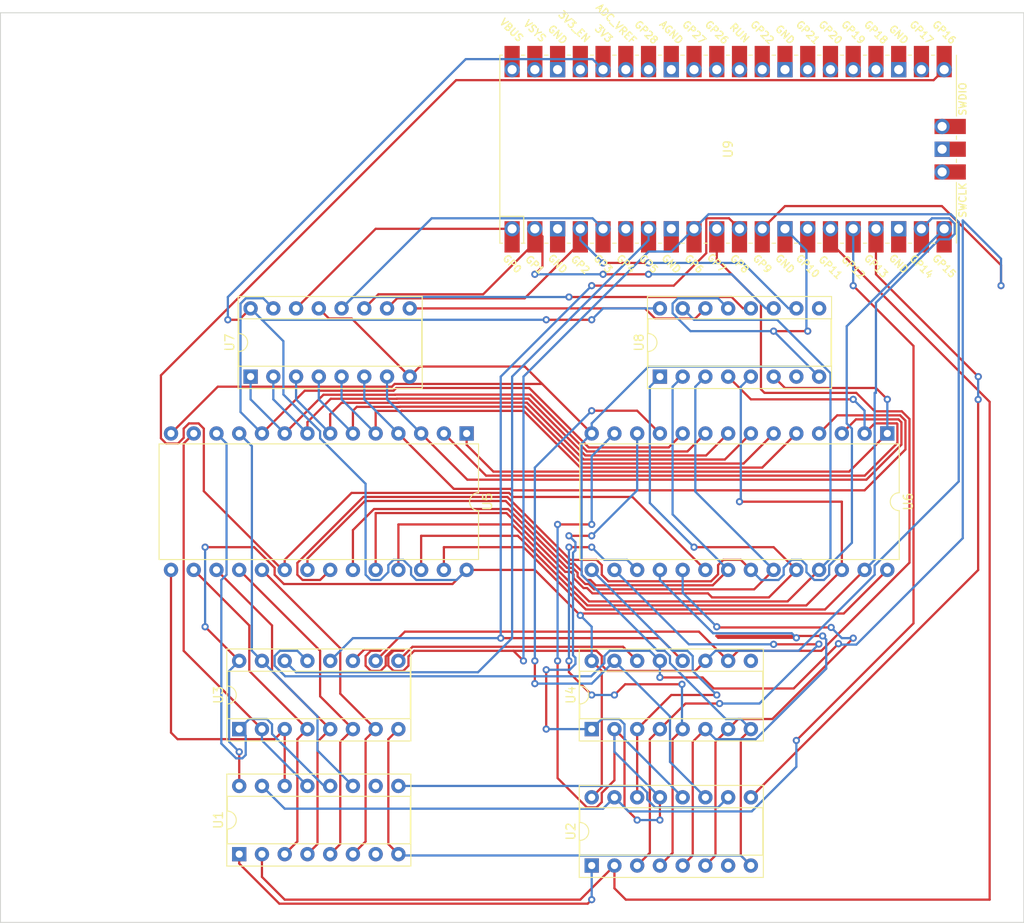
<source format=kicad_pcb>
(kicad_pcb (version 20171130) (host pcbnew 5.1.10)

  (general
    (thickness 1.6)
    (drawings 4)
    (tracks 745)
    (zones 0)
    (modules 9)
    (nets 85)
  )

  (page A4)
  (layers
    (0 F.Cu signal)
    (31 B.Cu signal)
    (32 B.Adhes user)
    (33 F.Adhes user)
    (34 B.Paste user)
    (35 F.Paste user)
    (36 B.SilkS user)
    (37 F.SilkS user)
    (38 B.Mask user)
    (39 F.Mask user)
    (40 Dwgs.User user)
    (41 Cmts.User user)
    (42 Eco1.User user)
    (43 Eco2.User user)
    (44 Edge.Cuts user)
    (45 Margin user)
    (46 B.CrtYd user)
    (47 F.CrtYd user)
    (48 B.Fab user)
    (49 F.Fab user)
  )

  (setup
    (last_trace_width 0.25)
    (trace_clearance 0.2)
    (zone_clearance 0.508)
    (zone_45_only no)
    (trace_min 0.2)
    (via_size 0.8)
    (via_drill 0.4)
    (via_min_size 0.4)
    (via_min_drill 0.3)
    (uvia_size 0.3)
    (uvia_drill 0.1)
    (uvias_allowed no)
    (uvia_min_size 0.2)
    (uvia_min_drill 0.1)
    (edge_width 0.05)
    (segment_width 0.2)
    (pcb_text_width 0.3)
    (pcb_text_size 1.5 1.5)
    (mod_edge_width 0.12)
    (mod_text_size 1 1)
    (mod_text_width 0.15)
    (pad_size 1.524 1.524)
    (pad_drill 0.762)
    (pad_to_mask_clearance 0)
    (aux_axis_origin 0 0)
    (visible_elements FFFFFF7F)
    (pcbplotparams
      (layerselection 0x010fc_ffffffff)
      (usegerberextensions false)
      (usegerberattributes true)
      (usegerberadvancedattributes true)
      (creategerberjobfile true)
      (excludeedgelayer true)
      (linewidth 0.100000)
      (plotframeref false)
      (viasonmask false)
      (mode 1)
      (useauxorigin false)
      (hpglpennumber 1)
      (hpglpenspeed 20)
      (hpglpendiameter 15.000000)
      (psnegative false)
      (psa4output false)
      (plotreference true)
      (plotvalue true)
      (plotinvisibletext false)
      (padsonsilk false)
      (subtractmaskfromsilk false)
      (outputformat 1)
      (mirror false)
      (drillshape 0)
      (scaleselection 1)
      (outputdirectory ""))
  )

  (net 0 "")
  (net 1 "Net-(U1-Pad15)")
  (net 2 "Net-(U1-Pad8)")
  (net 3 "Net-(U1-Pad7)")
  (net 4 "Net-(U1-Pad14)")
  (net 5 "Net-(U1-Pad6)")
  (net 6 "Net-(U1-Pad13)")
  (net 7 "Net-(U1-Pad5)")
  (net 8 "Net-(U1-Pad12)")
  (net 9 "Net-(U1-Pad4)")
  (net 10 "Net-(U1-Pad11)")
  (net 11 "Net-(U1-Pad3)")
  (net 12 "Net-(U1-Pad10)")
  (net 13 "Net-(U1-Pad9)")
  (net 14 "Net-(U1-Pad1)")
  (net 15 "Net-(U2-Pad7)")
  (net 16 "Net-(U2-Pad14)")
  (net 17 "Net-(U2-Pad6)")
  (net 18 "Net-(U2-Pad13)")
  (net 19 "Net-(U2-Pad5)")
  (net 20 "Net-(U2-Pad12)")
  (net 21 "Net-(U2-Pad4)")
  (net 22 "Net-(U2-Pad11)")
  (net 23 "Net-(U2-Pad3)")
  (net 24 "Net-(U2-Pad9)")
  (net 25 "Net-(U3-Pad14)")
  (net 26 "Net-(U3-Pad13)")
  (net 27 "Net-(U3-Pad12)")
  (net 28 "Net-(U3-Pad11)")
  (net 29 "Net-(U3-Pad10)")
  (net 30 "Net-(U3-Pad9)")
  (net 31 "Net-(U4-Pad9)")
  (net 32 "Net-(U5-Pad27)")
  (net 33 "Net-(U5-Pad26)")
  (net 34 "Net-(U5-Pad25)")
  (net 35 "Net-(U5-Pad24)")
  (net 36 "Net-(U5-Pad10)")
  (net 37 "Net-(U5-Pad23)")
  (net 38 "Net-(U5-Pad9)")
  (net 39 "Net-(U5-Pad22)")
  (net 40 "Net-(U5-Pad8)")
  (net 41 "Net-(U5-Pad21)")
  (net 42 "Net-(U5-Pad7)")
  (net 43 "Net-(U5-Pad20)")
  (net 44 "Net-(U5-Pad6)")
  (net 45 "Net-(U5-Pad5)")
  (net 46 "Net-(U5-Pad4)")
  (net 47 "Net-(U5-Pad3)")
  (net 48 "Net-(U5-Pad2)")
  (net 49 "Net-(U5-Pad1)")
  (net 50 "Net-(U7-Pad14)")
  (net 51 "Net-(U7-Pad12)")
  (net 52 "Net-(U7-Pad11)")
  (net 53 "Net-(U7-Pad10)")
  (net 54 "Net-(U7-Pad9)")
  (net 55 "Net-(U8-Pad7)")
  (net 56 "Net-(U8-Pad9)")
  (net 57 "Net-(U9-Pad43)")
  (net 58 "Net-(U9-Pad42)")
  (net 59 "Net-(U9-Pad41)")
  (net 60 "Net-(U9-Pad22)")
  (net 61 "Net-(U9-Pad23)")
  (net 62 "Net-(U9-Pad24)")
  (net 63 "Net-(U9-Pad25)")
  (net 64 "Net-(U9-Pad26)")
  (net 65 "Net-(U9-Pad27)")
  (net 66 "Net-(U9-Pad28)")
  (net 67 "Net-(U9-Pad29)")
  (net 68 "Net-(U9-Pad30)")
  (net 69 "Net-(U9-Pad31)")
  (net 70 "Net-(U9-Pad32)")
  (net 71 "Net-(U9-Pad33)")
  (net 72 "Net-(U9-Pad34)")
  (net 73 "Net-(U9-Pad35)")
  (net 74 "Net-(U9-Pad37)")
  (net 75 "Net-(U9-Pad38)")
  (net 76 "Net-(U9-Pad39)")
  (net 77 "Net-(U9-Pad40)")
  (net 78 "Net-(U9-Pad18)")
  (net 79 "Net-(U9-Pad6)")
  (net 80 "Net-(U9-Pad3)")
  (net 81 "Net-(U1-Pad16)")
  (net 82 "Net-(U1-Pad2)")
  (net 83 "Net-(U9-Pad8)")
  (net 84 "Net-(U9-Pad14)")

  (net_class Default "This is the default net class."
    (clearance 0.2)
    (trace_width 0.25)
    (via_dia 0.8)
    (via_drill 0.4)
    (uvia_dia 0.3)
    (uvia_drill 0.1)
    (add_net "Net-(U1-Pad1)")
    (add_net "Net-(U1-Pad10)")
    (add_net "Net-(U1-Pad11)")
    (add_net "Net-(U1-Pad12)")
    (add_net "Net-(U1-Pad13)")
    (add_net "Net-(U1-Pad14)")
    (add_net "Net-(U1-Pad15)")
    (add_net "Net-(U1-Pad16)")
    (add_net "Net-(U1-Pad2)")
    (add_net "Net-(U1-Pad3)")
    (add_net "Net-(U1-Pad4)")
    (add_net "Net-(U1-Pad5)")
    (add_net "Net-(U1-Pad6)")
    (add_net "Net-(U1-Pad7)")
    (add_net "Net-(U1-Pad8)")
    (add_net "Net-(U1-Pad9)")
    (add_net "Net-(U2-Pad11)")
    (add_net "Net-(U2-Pad12)")
    (add_net "Net-(U2-Pad13)")
    (add_net "Net-(U2-Pad14)")
    (add_net "Net-(U2-Pad3)")
    (add_net "Net-(U2-Pad4)")
    (add_net "Net-(U2-Pad5)")
    (add_net "Net-(U2-Pad6)")
    (add_net "Net-(U2-Pad7)")
    (add_net "Net-(U2-Pad9)")
    (add_net "Net-(U3-Pad10)")
    (add_net "Net-(U3-Pad11)")
    (add_net "Net-(U3-Pad12)")
    (add_net "Net-(U3-Pad13)")
    (add_net "Net-(U3-Pad14)")
    (add_net "Net-(U3-Pad9)")
    (add_net "Net-(U4-Pad9)")
    (add_net "Net-(U5-Pad1)")
    (add_net "Net-(U5-Pad10)")
    (add_net "Net-(U5-Pad2)")
    (add_net "Net-(U5-Pad20)")
    (add_net "Net-(U5-Pad21)")
    (add_net "Net-(U5-Pad22)")
    (add_net "Net-(U5-Pad23)")
    (add_net "Net-(U5-Pad24)")
    (add_net "Net-(U5-Pad25)")
    (add_net "Net-(U5-Pad26)")
    (add_net "Net-(U5-Pad27)")
    (add_net "Net-(U5-Pad3)")
    (add_net "Net-(U5-Pad4)")
    (add_net "Net-(U5-Pad5)")
    (add_net "Net-(U5-Pad6)")
    (add_net "Net-(U5-Pad7)")
    (add_net "Net-(U5-Pad8)")
    (add_net "Net-(U5-Pad9)")
    (add_net "Net-(U7-Pad10)")
    (add_net "Net-(U7-Pad11)")
    (add_net "Net-(U7-Pad12)")
    (add_net "Net-(U7-Pad14)")
    (add_net "Net-(U7-Pad9)")
    (add_net "Net-(U8-Pad7)")
    (add_net "Net-(U8-Pad9)")
    (add_net "Net-(U9-Pad14)")
    (add_net "Net-(U9-Pad18)")
    (add_net "Net-(U9-Pad22)")
    (add_net "Net-(U9-Pad23)")
    (add_net "Net-(U9-Pad24)")
    (add_net "Net-(U9-Pad25)")
    (add_net "Net-(U9-Pad26)")
    (add_net "Net-(U9-Pad27)")
    (add_net "Net-(U9-Pad28)")
    (add_net "Net-(U9-Pad29)")
    (add_net "Net-(U9-Pad3)")
    (add_net "Net-(U9-Pad30)")
    (add_net "Net-(U9-Pad31)")
    (add_net "Net-(U9-Pad32)")
    (add_net "Net-(U9-Pad33)")
    (add_net "Net-(U9-Pad34)")
    (add_net "Net-(U9-Pad35)")
    (add_net "Net-(U9-Pad37)")
    (add_net "Net-(U9-Pad38)")
    (add_net "Net-(U9-Pad39)")
    (add_net "Net-(U9-Pad40)")
    (add_net "Net-(U9-Pad41)")
    (add_net "Net-(U9-Pad42)")
    (add_net "Net-(U9-Pad43)")
    (add_net "Net-(U9-Pad6)")
    (add_net "Net-(U9-Pad8)")
  )

  (module MCU_RaspberryPi_and_Boards:RPi_Pico_SMD_TH (layer F.Cu) (tedit 5F638C80) (tstamp 6114C421)
    (at 119.38 78.74 90)
    (descr "Through hole straight pin header, 2x20, 2.54mm pitch, double rows")
    (tags "Through hole pin header THT 2x20 2.54mm double row")
    (path /6113AE29)
    (fp_text reference U9 (at 0 0 90) (layer F.SilkS)
      (effects (font (size 1 1) (thickness 0.15)))
    )
    (fp_text value Pico (at 0 2.159 90) (layer F.Fab)
      (effects (font (size 1 1) (thickness 0.15)))
    )
    (fp_poly (pts (xy 3.7 -20.2) (xy -3.7 -20.2) (xy -3.7 -24.9) (xy 3.7 -24.9)) (layer Dwgs.User) (width 0.1))
    (fp_poly (pts (xy -1.5 -11.5) (xy -3.5 -11.5) (xy -3.5 -13.5) (xy -1.5 -13.5)) (layer Dwgs.User) (width 0.1))
    (fp_poly (pts (xy -1.5 -14) (xy -3.5 -14) (xy -3.5 -16) (xy -1.5 -16)) (layer Dwgs.User) (width 0.1))
    (fp_poly (pts (xy -1.5 -16.5) (xy -3.5 -16.5) (xy -3.5 -18.5) (xy -1.5 -18.5)) (layer Dwgs.User) (width 0.1))
    (fp_line (start -10.5 -25.5) (end 10.5 -25.5) (layer F.Fab) (width 0.12))
    (fp_line (start 10.5 -25.5) (end 10.5 25.5) (layer F.Fab) (width 0.12))
    (fp_line (start 10.5 25.5) (end -10.5 25.5) (layer F.Fab) (width 0.12))
    (fp_line (start -10.5 25.5) (end -10.5 -25.5) (layer F.Fab) (width 0.12))
    (fp_line (start -10.5 -24.2) (end -9.2 -25.5) (layer F.Fab) (width 0.12))
    (fp_line (start -11 -26) (end 11 -26) (layer F.CrtYd) (width 0.12))
    (fp_line (start 11 -26) (end 11 26) (layer F.CrtYd) (width 0.12))
    (fp_line (start 11 26) (end -11 26) (layer F.CrtYd) (width 0.12))
    (fp_line (start -11 26) (end -11 -26) (layer F.CrtYd) (width 0.12))
    (fp_line (start -10.5 -25.5) (end 10.5 -25.5) (layer F.SilkS) (width 0.12))
    (fp_line (start -3.7 25.5) (end -10.5 25.5) (layer F.SilkS) (width 0.12))
    (fp_line (start -10.5 -22.833) (end -7.493 -22.833) (layer F.SilkS) (width 0.12))
    (fp_line (start -7.493 -22.833) (end -7.493 -25.5) (layer F.SilkS) (width 0.12))
    (fp_line (start -10.5 -25.5) (end -10.5 -25.2) (layer F.SilkS) (width 0.12))
    (fp_line (start -10.5 -23.1) (end -10.5 -22.7) (layer F.SilkS) (width 0.12))
    (fp_line (start -10.5 -20.5) (end -10.5 -20.1) (layer F.SilkS) (width 0.12))
    (fp_line (start -10.5 -18) (end -10.5 -17.6) (layer F.SilkS) (width 0.12))
    (fp_line (start -10.5 -15.4) (end -10.5 -15) (layer F.SilkS) (width 0.12))
    (fp_line (start -10.5 -12.9) (end -10.5 -12.5) (layer F.SilkS) (width 0.12))
    (fp_line (start -10.5 -10.4) (end -10.5 -10) (layer F.SilkS) (width 0.12))
    (fp_line (start -10.5 -7.8) (end -10.5 -7.4) (layer F.SilkS) (width 0.12))
    (fp_line (start -10.5 -5.3) (end -10.5 -4.9) (layer F.SilkS) (width 0.12))
    (fp_line (start -10.5 -2.7) (end -10.5 -2.3) (layer F.SilkS) (width 0.12))
    (fp_line (start -10.5 -0.2) (end -10.5 0.2) (layer F.SilkS) (width 0.12))
    (fp_line (start -10.5 2.3) (end -10.5 2.7) (layer F.SilkS) (width 0.12))
    (fp_line (start -10.5 4.9) (end -10.5 5.3) (layer F.SilkS) (width 0.12))
    (fp_line (start -10.5 7.4) (end -10.5 7.8) (layer F.SilkS) (width 0.12))
    (fp_line (start -10.5 10) (end -10.5 10.4) (layer F.SilkS) (width 0.12))
    (fp_line (start -10.5 12.5) (end -10.5 12.9) (layer F.SilkS) (width 0.12))
    (fp_line (start -10.5 15.1) (end -10.5 15.5) (layer F.SilkS) (width 0.12))
    (fp_line (start -10.5 17.6) (end -10.5 18) (layer F.SilkS) (width 0.12))
    (fp_line (start -10.5 20.1) (end -10.5 20.5) (layer F.SilkS) (width 0.12))
    (fp_line (start -10.5 22.7) (end -10.5 23.1) (layer F.SilkS) (width 0.12))
    (fp_line (start 10.5 -10.4) (end 10.5 -10) (layer F.SilkS) (width 0.12))
    (fp_line (start 10.5 -5.3) (end 10.5 -4.9) (layer F.SilkS) (width 0.12))
    (fp_line (start 10.5 2.3) (end 10.5 2.7) (layer F.SilkS) (width 0.12))
    (fp_line (start 10.5 10) (end 10.5 10.4) (layer F.SilkS) (width 0.12))
    (fp_line (start 10.5 -20.5) (end 10.5 -20.1) (layer F.SilkS) (width 0.12))
    (fp_line (start 10.5 -23.1) (end 10.5 -22.7) (layer F.SilkS) (width 0.12))
    (fp_line (start 10.5 -15.4) (end 10.5 -15) (layer F.SilkS) (width 0.12))
    (fp_line (start 10.5 17.6) (end 10.5 18) (layer F.SilkS) (width 0.12))
    (fp_line (start 10.5 22.7) (end 10.5 23.1) (layer F.SilkS) (width 0.12))
    (fp_line (start 10.5 20.1) (end 10.5 20.5) (layer F.SilkS) (width 0.12))
    (fp_line (start 10.5 4.9) (end 10.5 5.3) (layer F.SilkS) (width 0.12))
    (fp_line (start 10.5 -0.2) (end 10.5 0.2) (layer F.SilkS) (width 0.12))
    (fp_line (start 10.5 -12.9) (end 10.5 -12.5) (layer F.SilkS) (width 0.12))
    (fp_line (start 10.5 -7.8) (end 10.5 -7.4) (layer F.SilkS) (width 0.12))
    (fp_line (start 10.5 12.5) (end 10.5 12.9) (layer F.SilkS) (width 0.12))
    (fp_line (start 10.5 -2.7) (end 10.5 -2.3) (layer F.SilkS) (width 0.12))
    (fp_line (start 10.5 -25.5) (end 10.5 -25.2) (layer F.SilkS) (width 0.12))
    (fp_line (start 10.5 -18) (end 10.5 -17.6) (layer F.SilkS) (width 0.12))
    (fp_line (start 10.5 7.4) (end 10.5 7.8) (layer F.SilkS) (width 0.12))
    (fp_line (start 10.5 15.1) (end 10.5 15.5) (layer F.SilkS) (width 0.12))
    (fp_line (start 10.5 25.5) (end 3.7 25.5) (layer F.SilkS) (width 0.12))
    (fp_line (start -1.5 25.5) (end -1.1 25.5) (layer F.SilkS) (width 0.12))
    (fp_line (start 1.1 25.5) (end 1.5 25.5) (layer F.SilkS) (width 0.12))
    (fp_text user %R (at 0 0 270) (layer F.Fab)
      (effects (font (size 1 1) (thickness 0.15)))
    )
    (fp_text user GP1 (at -12.9 -21.6 135) (layer F.SilkS)
      (effects (font (size 0.8 0.8) (thickness 0.15)))
    )
    (fp_text user GP2 (at -12.9 -16.51 135) (layer F.SilkS)
      (effects (font (size 0.8 0.8) (thickness 0.15)))
    )
    (fp_text user GP0 (at -12.8 -24.13 135) (layer F.SilkS)
      (effects (font (size 0.8 0.8) (thickness 0.15)))
    )
    (fp_text user GP3 (at -12.8 -13.97 135) (layer F.SilkS)
      (effects (font (size 0.8 0.8) (thickness 0.15)))
    )
    (fp_text user GP4 (at -12.8 -11.43 135) (layer F.SilkS)
      (effects (font (size 0.8 0.8) (thickness 0.15)))
    )
    (fp_text user GP5 (at -12.8 -8.89 135) (layer F.SilkS)
      (effects (font (size 0.8 0.8) (thickness 0.15)))
    )
    (fp_text user GP6 (at -12.8 -3.81 135) (layer F.SilkS)
      (effects (font (size 0.8 0.8) (thickness 0.15)))
    )
    (fp_text user GP7 (at -12.7 -1.3 135) (layer F.SilkS)
      (effects (font (size 0.8 0.8) (thickness 0.15)))
    )
    (fp_text user GP8 (at -12.8 1.27 135) (layer F.SilkS)
      (effects (font (size 0.8 0.8) (thickness 0.15)))
    )
    (fp_text user GP9 (at -12.8 3.81 135) (layer F.SilkS)
      (effects (font (size 0.8 0.8) (thickness 0.15)))
    )
    (fp_text user GP10 (at -13.054 8.89 135) (layer F.SilkS)
      (effects (font (size 0.8 0.8) (thickness 0.15)))
    )
    (fp_text user GP11 (at -13.2 11.43 135) (layer F.SilkS)
      (effects (font (size 0.8 0.8) (thickness 0.15)))
    )
    (fp_text user GP12 (at -13.2 13.97 135) (layer F.SilkS)
      (effects (font (size 0.8 0.8) (thickness 0.15)))
    )
    (fp_text user GP13 (at -13.054 16.51 135) (layer F.SilkS)
      (effects (font (size 0.8 0.8) (thickness 0.15)))
    )
    (fp_text user GP14 (at -13.1 21.59 135) (layer F.SilkS)
      (effects (font (size 0.8 0.8) (thickness 0.15)))
    )
    (fp_text user GP15 (at -13.054 24.13 135) (layer F.SilkS)
      (effects (font (size 0.8 0.8) (thickness 0.15)))
    )
    (fp_text user GP16 (at 13.054 24.13 135) (layer F.SilkS)
      (effects (font (size 0.8 0.8) (thickness 0.15)))
    )
    (fp_text user GP17 (at 13.054 21.59 135) (layer F.SilkS)
      (effects (font (size 0.8 0.8) (thickness 0.15)))
    )
    (fp_text user GP18 (at 13.054 16.51 135) (layer F.SilkS)
      (effects (font (size 0.8 0.8) (thickness 0.15)))
    )
    (fp_text user GP19 (at 13.054 13.97 135) (layer F.SilkS)
      (effects (font (size 0.8 0.8) (thickness 0.15)))
    )
    (fp_text user GP20 (at 13.054 11.43 135) (layer F.SilkS)
      (effects (font (size 0.8 0.8) (thickness 0.15)))
    )
    (fp_text user GP21 (at 13.054 8.9 135) (layer F.SilkS)
      (effects (font (size 0.8 0.8) (thickness 0.15)))
    )
    (fp_text user GP22 (at 13.054 3.81 135) (layer F.SilkS)
      (effects (font (size 0.8 0.8) (thickness 0.15)))
    )
    (fp_text user RUN (at 13 1.27 135) (layer F.SilkS)
      (effects (font (size 0.8 0.8) (thickness 0.15)))
    )
    (fp_text user GP26 (at 13.054 -1.27 135) (layer F.SilkS)
      (effects (font (size 0.8 0.8) (thickness 0.15)))
    )
    (fp_text user GP27 (at 13.054 -3.8 135) (layer F.SilkS)
      (effects (font (size 0.8 0.8) (thickness 0.15)))
    )
    (fp_text user GP28 (at 13.054 -9.144 135) (layer F.SilkS)
      (effects (font (size 0.8 0.8) (thickness 0.15)))
    )
    (fp_text user ADC_VREF (at 14 -12.5 135) (layer F.SilkS)
      (effects (font (size 0.8 0.8) (thickness 0.15)))
    )
    (fp_text user 3V3 (at 12.9 -13.9 135) (layer F.SilkS)
      (effects (font (size 0.8 0.8) (thickness 0.15)))
    )
    (fp_text user 3V3_EN (at 13.7 -17.2 135) (layer F.SilkS)
      (effects (font (size 0.8 0.8) (thickness 0.15)))
    )
    (fp_text user VSYS (at 13.2 -21.59 135) (layer F.SilkS)
      (effects (font (size 0.8 0.8) (thickness 0.15)))
    )
    (fp_text user VBUS (at 13.3 -24.2 135) (layer F.SilkS)
      (effects (font (size 0.8 0.8) (thickness 0.15)))
    )
    (fp_text user GND (at -12.8 -19.05 135) (layer F.SilkS)
      (effects (font (size 0.8 0.8) (thickness 0.15)))
    )
    (fp_text user GND (at -12.8 -6.35 135) (layer F.SilkS)
      (effects (font (size 0.8 0.8) (thickness 0.15)))
    )
    (fp_text user GND (at -12.8 6.35 135) (layer F.SilkS)
      (effects (font (size 0.8 0.8) (thickness 0.15)))
    )
    (fp_text user GND (at -12.8 19.05 135) (layer F.SilkS)
      (effects (font (size 0.8 0.8) (thickness 0.15)))
    )
    (fp_text user GND (at 12.8 19.05 135) (layer F.SilkS)
      (effects (font (size 0.8 0.8) (thickness 0.15)))
    )
    (fp_text user GND (at 12.8 6.35 135) (layer F.SilkS)
      (effects (font (size 0.8 0.8) (thickness 0.15)))
    )
    (fp_text user GND (at 12.8 -19.05 135) (layer F.SilkS)
      (effects (font (size 0.8 0.8) (thickness 0.15)))
    )
    (fp_text user AGND (at 13.054 -6.35 135) (layer F.SilkS)
      (effects (font (size 0.8 0.8) (thickness 0.15)))
    )
    (fp_text user SWCLK (at -5.7 26.2 90) (layer F.SilkS)
      (effects (font (size 0.8 0.8) (thickness 0.15)))
    )
    (fp_text user SWDIO (at 5.6 26.2 90) (layer F.SilkS)
      (effects (font (size 0.8 0.8) (thickness 0.15)))
    )
    (fp_text user "Copper Keepouts shown on Dwgs layer" (at 0.1 -30.2 90) (layer Cmts.User)
      (effects (font (size 1 1) (thickness 0.15)))
    )
    (pad 1 thru_hole oval (at -8.89 -24.13 90) (size 1.7 1.7) (drill 1.02) (layers *.Cu *.Mask)
      (net 50 "Net-(U7-Pad14)"))
    (pad 2 thru_hole oval (at -8.89 -21.59 90) (size 1.7 1.7) (drill 1.02) (layers *.Cu *.Mask)
      (net 52 "Net-(U7-Pad11)"))
    (pad 3 thru_hole rect (at -8.89 -19.05 90) (size 1.7 1.7) (drill 1.02) (layers *.Cu *.Mask)
      (net 80 "Net-(U9-Pad3)"))
    (pad 4 thru_hole oval (at -8.89 -16.51 90) (size 1.7 1.7) (drill 1.02) (layers *.Cu *.Mask)
      (net 53 "Net-(U7-Pad10)"))
    (pad 5 thru_hole oval (at -8.89 -13.97 90) (size 1.7 1.7) (drill 1.02) (layers *.Cu *.Mask)
      (net 51 "Net-(U7-Pad12)"))
    (pad 6 thru_hole oval (at -8.89 -11.43 90) (size 1.7 1.7) (drill 1.02) (layers *.Cu *.Mask)
      (net 79 "Net-(U9-Pad6)"))
    (pad 7 thru_hole oval (at -8.89 -8.89 90) (size 1.7 1.7) (drill 1.02) (layers *.Cu *.Mask)
      (net 25 "Net-(U3-Pad14)"))
    (pad 8 thru_hole rect (at -8.89 -6.35 90) (size 1.7 1.7) (drill 1.02) (layers *.Cu *.Mask)
      (net 83 "Net-(U9-Pad8)"))
    (pad 9 thru_hole oval (at -8.89 -3.81 90) (size 1.7 1.7) (drill 1.02) (layers *.Cu *.Mask)
      (net 28 "Net-(U3-Pad11)"))
    (pad 10 thru_hole oval (at -8.89 -1.27 90) (size 1.7 1.7) (drill 1.02) (layers *.Cu *.Mask)
      (net 29 "Net-(U3-Pad10)"))
    (pad 11 thru_hole oval (at -8.89 1.27 90) (size 1.7 1.7) (drill 1.02) (layers *.Cu *.Mask)
      (net 27 "Net-(U3-Pad12)"))
    (pad 12 thru_hole oval (at -8.89 3.81 90) (size 1.7 1.7) (drill 1.02) (layers *.Cu *.Mask)
      (net 26 "Net-(U3-Pad13)"))
    (pad 13 thru_hole rect (at -8.89 6.35 90) (size 1.7 1.7) (drill 1.02) (layers *.Cu *.Mask)
      (net 2 "Net-(U1-Pad8)"))
    (pad 14 thru_hole oval (at -8.89 8.89 90) (size 1.7 1.7) (drill 1.02) (layers *.Cu *.Mask)
      (net 84 "Net-(U9-Pad14)"))
    (pad 15 thru_hole oval (at -8.89 11.43 90) (size 1.7 1.7) (drill 1.02) (layers *.Cu *.Mask)
      (net 82 "Net-(U1-Pad2)"))
    (pad 16 thru_hole oval (at -8.89 13.97 90) (size 1.7 1.7) (drill 1.02) (layers *.Cu *.Mask)
      (net 1 "Net-(U1-Pad15)"))
    (pad 17 thru_hole oval (at -8.89 16.51 90) (size 1.7 1.7) (drill 1.02) (layers *.Cu *.Mask)
      (net 24 "Net-(U2-Pad9)"))
    (pad 18 thru_hole rect (at -8.89 19.05 90) (size 1.7 1.7) (drill 1.02) (layers *.Cu *.Mask)
      (net 78 "Net-(U9-Pad18)"))
    (pad 19 thru_hole oval (at -8.89 21.59 90) (size 1.7 1.7) (drill 1.02) (layers *.Cu *.Mask)
      (net 32 "Net-(U5-Pad27)"))
    (pad 20 thru_hole oval (at -8.89 24.13 90) (size 1.7 1.7) (drill 1.02) (layers *.Cu *.Mask)
      (net 39 "Net-(U5-Pad22)"))
    (pad 21 thru_hole oval (at 8.89 24.13 90) (size 1.7 1.7) (drill 1.02) (layers *.Cu *.Mask)
      (net 43 "Net-(U5-Pad20)"))
    (pad 22 thru_hole oval (at 8.89 21.59 90) (size 1.7 1.7) (drill 1.02) (layers *.Cu *.Mask)
      (net 60 "Net-(U9-Pad22)"))
    (pad 23 thru_hole rect (at 8.89 19.05 90) (size 1.7 1.7) (drill 1.02) (layers *.Cu *.Mask)
      (net 61 "Net-(U9-Pad23)"))
    (pad 24 thru_hole oval (at 8.89 16.51 90) (size 1.7 1.7) (drill 1.02) (layers *.Cu *.Mask)
      (net 62 "Net-(U9-Pad24)"))
    (pad 25 thru_hole oval (at 8.89 13.97 90) (size 1.7 1.7) (drill 1.02) (layers *.Cu *.Mask)
      (net 63 "Net-(U9-Pad25)"))
    (pad 26 thru_hole oval (at 8.89 11.43 90) (size 1.7 1.7) (drill 1.02) (layers *.Cu *.Mask)
      (net 64 "Net-(U9-Pad26)"))
    (pad 27 thru_hole oval (at 8.89 8.89 90) (size 1.7 1.7) (drill 1.02) (layers *.Cu *.Mask)
      (net 65 "Net-(U9-Pad27)"))
    (pad 28 thru_hole rect (at 8.89 6.35 90) (size 1.7 1.7) (drill 1.02) (layers *.Cu *.Mask)
      (net 66 "Net-(U9-Pad28)"))
    (pad 29 thru_hole oval (at 8.89 3.81 90) (size 1.7 1.7) (drill 1.02) (layers *.Cu *.Mask)
      (net 67 "Net-(U9-Pad29)"))
    (pad 30 thru_hole oval (at 8.89 1.27 90) (size 1.7 1.7) (drill 1.02) (layers *.Cu *.Mask)
      (net 68 "Net-(U9-Pad30)"))
    (pad 31 thru_hole oval (at 8.89 -1.27 90) (size 1.7 1.7) (drill 1.02) (layers *.Cu *.Mask)
      (net 69 "Net-(U9-Pad31)"))
    (pad 32 thru_hole oval (at 8.89 -3.81 90) (size 1.7 1.7) (drill 1.02) (layers *.Cu *.Mask)
      (net 70 "Net-(U9-Pad32)"))
    (pad 33 thru_hole rect (at 8.89 -6.35 90) (size 1.7 1.7) (drill 1.02) (layers *.Cu *.Mask)
      (net 71 "Net-(U9-Pad33)"))
    (pad 34 thru_hole oval (at 8.89 -8.89 90) (size 1.7 1.7) (drill 1.02) (layers *.Cu *.Mask)
      (net 72 "Net-(U9-Pad34)"))
    (pad 35 thru_hole oval (at 8.89 -11.43 90) (size 1.7 1.7) (drill 1.02) (layers *.Cu *.Mask)
      (net 73 "Net-(U9-Pad35)"))
    (pad 36 thru_hole oval (at 8.89 -13.97 90) (size 1.7 1.7) (drill 1.02) (layers *.Cu *.Mask)
      (net 81 "Net-(U1-Pad16)"))
    (pad 37 thru_hole oval (at 8.89 -16.51 90) (size 1.7 1.7) (drill 1.02) (layers *.Cu *.Mask)
      (net 74 "Net-(U9-Pad37)"))
    (pad 38 thru_hole rect (at 8.89 -19.05 90) (size 1.7 1.7) (drill 1.02) (layers *.Cu *.Mask)
      (net 75 "Net-(U9-Pad38)"))
    (pad 39 thru_hole oval (at 8.89 -21.59 90) (size 1.7 1.7) (drill 1.02) (layers *.Cu *.Mask)
      (net 76 "Net-(U9-Pad39)"))
    (pad 40 thru_hole oval (at 8.89 -24.13 90) (size 1.7 1.7) (drill 1.02) (layers *.Cu *.Mask)
      (net 77 "Net-(U9-Pad40)"))
    (pad 1 smd rect (at -8.89 -24.13 90) (size 3.5 1.7) (drill (offset -0.9 0)) (layers F.Cu F.Mask)
      (net 50 "Net-(U7-Pad14)"))
    (pad 2 smd rect (at -8.89 -21.59 90) (size 3.5 1.7) (drill (offset -0.9 0)) (layers F.Cu F.Mask)
      (net 52 "Net-(U7-Pad11)"))
    (pad 3 smd rect (at -8.89 -19.05 90) (size 3.5 1.7) (drill (offset -0.9 0)) (layers F.Cu F.Mask)
      (net 80 "Net-(U9-Pad3)"))
    (pad 4 smd rect (at -8.89 -16.51 90) (size 3.5 1.7) (drill (offset -0.9 0)) (layers F.Cu F.Mask)
      (net 53 "Net-(U7-Pad10)"))
    (pad 5 smd rect (at -8.89 -13.97 90) (size 3.5 1.7) (drill (offset -0.9 0)) (layers F.Cu F.Mask)
      (net 51 "Net-(U7-Pad12)"))
    (pad 6 smd rect (at -8.89 -11.43 90) (size 3.5 1.7) (drill (offset -0.9 0)) (layers F.Cu F.Mask)
      (net 79 "Net-(U9-Pad6)"))
    (pad 7 smd rect (at -8.89 -8.89 90) (size 3.5 1.7) (drill (offset -0.9 0)) (layers F.Cu F.Mask)
      (net 25 "Net-(U3-Pad14)"))
    (pad 8 smd rect (at -8.89 -6.35 90) (size 3.5 1.7) (drill (offset -0.9 0)) (layers F.Cu F.Mask)
      (net 83 "Net-(U9-Pad8)"))
    (pad 9 smd rect (at -8.89 -3.81 90) (size 3.5 1.7) (drill (offset -0.9 0)) (layers F.Cu F.Mask)
      (net 28 "Net-(U3-Pad11)"))
    (pad 10 smd rect (at -8.89 -1.27 90) (size 3.5 1.7) (drill (offset -0.9 0)) (layers F.Cu F.Mask)
      (net 29 "Net-(U3-Pad10)"))
    (pad 11 smd rect (at -8.89 1.27 90) (size 3.5 1.7) (drill (offset -0.9 0)) (layers F.Cu F.Mask)
      (net 27 "Net-(U3-Pad12)"))
    (pad 12 smd rect (at -8.89 3.81 90) (size 3.5 1.7) (drill (offset -0.9 0)) (layers F.Cu F.Mask)
      (net 26 "Net-(U3-Pad13)"))
    (pad 13 smd rect (at -8.89 6.35 90) (size 3.5 1.7) (drill (offset -0.9 0)) (layers F.Cu F.Mask)
      (net 2 "Net-(U1-Pad8)"))
    (pad 14 smd rect (at -8.89 8.89 90) (size 3.5 1.7) (drill (offset -0.9 0)) (layers F.Cu F.Mask)
      (net 84 "Net-(U9-Pad14)"))
    (pad 15 smd rect (at -8.89 11.43 90) (size 3.5 1.7) (drill (offset -0.9 0)) (layers F.Cu F.Mask)
      (net 82 "Net-(U1-Pad2)"))
    (pad 16 smd rect (at -8.89 13.97 90) (size 3.5 1.7) (drill (offset -0.9 0)) (layers F.Cu F.Mask)
      (net 1 "Net-(U1-Pad15)"))
    (pad 17 smd rect (at -8.89 16.51 90) (size 3.5 1.7) (drill (offset -0.9 0)) (layers F.Cu F.Mask)
      (net 24 "Net-(U2-Pad9)"))
    (pad 18 smd rect (at -8.89 19.05 90) (size 3.5 1.7) (drill (offset -0.9 0)) (layers F.Cu F.Mask)
      (net 78 "Net-(U9-Pad18)"))
    (pad 19 smd rect (at -8.89 21.59 90) (size 3.5 1.7) (drill (offset -0.9 0)) (layers F.Cu F.Mask)
      (net 32 "Net-(U5-Pad27)"))
    (pad 20 smd rect (at -8.89 24.13 90) (size 3.5 1.7) (drill (offset -0.9 0)) (layers F.Cu F.Mask)
      (net 39 "Net-(U5-Pad22)"))
    (pad 40 smd rect (at 8.89 -24.13 90) (size 3.5 1.7) (drill (offset 0.9 0)) (layers F.Cu F.Mask)
      (net 77 "Net-(U9-Pad40)"))
    (pad 39 smd rect (at 8.89 -21.59 90) (size 3.5 1.7) (drill (offset 0.9 0)) (layers F.Cu F.Mask)
      (net 76 "Net-(U9-Pad39)"))
    (pad 38 smd rect (at 8.89 -19.05 90) (size 3.5 1.7) (drill (offset 0.9 0)) (layers F.Cu F.Mask)
      (net 75 "Net-(U9-Pad38)"))
    (pad 37 smd rect (at 8.89 -16.51 90) (size 3.5 1.7) (drill (offset 0.9 0)) (layers F.Cu F.Mask)
      (net 74 "Net-(U9-Pad37)"))
    (pad 36 smd rect (at 8.89 -13.97 90) (size 3.5 1.7) (drill (offset 0.9 0)) (layers F.Cu F.Mask)
      (net 81 "Net-(U1-Pad16)"))
    (pad 35 smd rect (at 8.89 -11.43 90) (size 3.5 1.7) (drill (offset 0.9 0)) (layers F.Cu F.Mask)
      (net 73 "Net-(U9-Pad35)"))
    (pad 34 smd rect (at 8.89 -8.89 90) (size 3.5 1.7) (drill (offset 0.9 0)) (layers F.Cu F.Mask)
      (net 72 "Net-(U9-Pad34)"))
    (pad 33 smd rect (at 8.89 -6.35 90) (size 3.5 1.7) (drill (offset 0.9 0)) (layers F.Cu F.Mask)
      (net 71 "Net-(U9-Pad33)"))
    (pad 32 smd rect (at 8.89 -3.81 90) (size 3.5 1.7) (drill (offset 0.9 0)) (layers F.Cu F.Mask)
      (net 70 "Net-(U9-Pad32)"))
    (pad 31 smd rect (at 8.89 -1.27 90) (size 3.5 1.7) (drill (offset 0.9 0)) (layers F.Cu F.Mask)
      (net 69 "Net-(U9-Pad31)"))
    (pad 30 smd rect (at 8.89 1.27 90) (size 3.5 1.7) (drill (offset 0.9 0)) (layers F.Cu F.Mask)
      (net 68 "Net-(U9-Pad30)"))
    (pad 29 smd rect (at 8.89 3.81 90) (size 3.5 1.7) (drill (offset 0.9 0)) (layers F.Cu F.Mask)
      (net 67 "Net-(U9-Pad29)"))
    (pad 28 smd rect (at 8.89 6.35 90) (size 3.5 1.7) (drill (offset 0.9 0)) (layers F.Cu F.Mask)
      (net 66 "Net-(U9-Pad28)"))
    (pad 27 smd rect (at 8.89 8.89 90) (size 3.5 1.7) (drill (offset 0.9 0)) (layers F.Cu F.Mask)
      (net 65 "Net-(U9-Pad27)"))
    (pad 26 smd rect (at 8.89 11.43 90) (size 3.5 1.7) (drill (offset 0.9 0)) (layers F.Cu F.Mask)
      (net 64 "Net-(U9-Pad26)"))
    (pad 25 smd rect (at 8.89 13.97 90) (size 3.5 1.7) (drill (offset 0.9 0)) (layers F.Cu F.Mask)
      (net 63 "Net-(U9-Pad25)"))
    (pad 24 smd rect (at 8.89 16.51 90) (size 3.5 1.7) (drill (offset 0.9 0)) (layers F.Cu F.Mask)
      (net 62 "Net-(U9-Pad24)"))
    (pad 23 smd rect (at 8.89 19.05 90) (size 3.5 1.7) (drill (offset 0.9 0)) (layers F.Cu F.Mask)
      (net 61 "Net-(U9-Pad23)"))
    (pad 22 smd rect (at 8.89 21.59 90) (size 3.5 1.7) (drill (offset 0.9 0)) (layers F.Cu F.Mask)
      (net 60 "Net-(U9-Pad22)"))
    (pad 21 smd rect (at 8.89 24.13 90) (size 3.5 1.7) (drill (offset 0.9 0)) (layers F.Cu F.Mask)
      (net 43 "Net-(U5-Pad20)"))
    (pad "" np_thru_hole oval (at -2.725 -24 90) (size 1.8 1.8) (drill 1.8) (layers *.Cu *.Mask))
    (pad "" np_thru_hole oval (at 2.725 -24 90) (size 1.8 1.8) (drill 1.8) (layers *.Cu *.Mask))
    (pad "" np_thru_hole oval (at -2.425 -20.97 90) (size 1.5 1.5) (drill 1.5) (layers *.Cu *.Mask))
    (pad "" np_thru_hole oval (at 2.425 -20.97 90) (size 1.5 1.5) (drill 1.5) (layers *.Cu *.Mask))
    (pad 41 smd rect (at -2.54 23.9 180) (size 3.5 1.7) (drill (offset -0.9 0)) (layers F.Cu F.Mask)
      (net 59 "Net-(U9-Pad41)"))
    (pad 41 thru_hole oval (at -2.54 23.9 90) (size 1.7 1.7) (drill 1.02) (layers *.Cu *.Mask)
      (net 59 "Net-(U9-Pad41)"))
    (pad 42 smd rect (at 0 23.9 180) (size 3.5 1.7) (drill (offset -0.9 0)) (layers F.Cu F.Mask)
      (net 58 "Net-(U9-Pad42)"))
    (pad 42 thru_hole rect (at 0 23.9 90) (size 1.7 1.7) (drill 1.02) (layers *.Cu *.Mask)
      (net 58 "Net-(U9-Pad42)"))
    (pad 43 smd rect (at 2.54 23.9 180) (size 3.5 1.7) (drill (offset -0.9 0)) (layers F.Cu F.Mask)
      (net 57 "Net-(U9-Pad43)"))
    (pad 43 thru_hole oval (at 2.54 23.9 90) (size 1.7 1.7) (drill 1.02) (layers *.Cu *.Mask)
      (net 57 "Net-(U9-Pad43)"))
  )

  (module Package_DIP:DIP-16_W7.62mm_Socket (layer F.Cu) (tedit 5A02E8C5) (tstamp 6114C35B)
    (at 111.76 104.14 90)
    (descr "16-lead though-hole mounted DIP package, row spacing 7.62 mm (300 mils), Socket")
    (tags "THT DIP DIL PDIP 2.54mm 7.62mm 300mil Socket")
    (path /6114C1E8)
    (fp_text reference U8 (at 3.81 -2.33 90) (layer F.SilkS)
      (effects (font (size 1 1) (thickness 0.15)))
    )
    (fp_text value 74AHC595 (at 3.81 20.11 90) (layer F.Fab)
      (effects (font (size 1 1) (thickness 0.15)))
    )
    (fp_line (start 9.15 -1.6) (end -1.55 -1.6) (layer F.CrtYd) (width 0.05))
    (fp_line (start 9.15 19.4) (end 9.15 -1.6) (layer F.CrtYd) (width 0.05))
    (fp_line (start -1.55 19.4) (end 9.15 19.4) (layer F.CrtYd) (width 0.05))
    (fp_line (start -1.55 -1.6) (end -1.55 19.4) (layer F.CrtYd) (width 0.05))
    (fp_line (start 8.95 -1.39) (end -1.33 -1.39) (layer F.SilkS) (width 0.12))
    (fp_line (start 8.95 19.17) (end 8.95 -1.39) (layer F.SilkS) (width 0.12))
    (fp_line (start -1.33 19.17) (end 8.95 19.17) (layer F.SilkS) (width 0.12))
    (fp_line (start -1.33 -1.39) (end -1.33 19.17) (layer F.SilkS) (width 0.12))
    (fp_line (start 6.46 -1.33) (end 4.81 -1.33) (layer F.SilkS) (width 0.12))
    (fp_line (start 6.46 19.11) (end 6.46 -1.33) (layer F.SilkS) (width 0.12))
    (fp_line (start 1.16 19.11) (end 6.46 19.11) (layer F.SilkS) (width 0.12))
    (fp_line (start 1.16 -1.33) (end 1.16 19.11) (layer F.SilkS) (width 0.12))
    (fp_line (start 2.81 -1.33) (end 1.16 -1.33) (layer F.SilkS) (width 0.12))
    (fp_line (start 8.89 -1.33) (end -1.27 -1.33) (layer F.Fab) (width 0.1))
    (fp_line (start 8.89 19.11) (end 8.89 -1.33) (layer F.Fab) (width 0.1))
    (fp_line (start -1.27 19.11) (end 8.89 19.11) (layer F.Fab) (width 0.1))
    (fp_line (start -1.27 -1.33) (end -1.27 19.11) (layer F.Fab) (width 0.1))
    (fp_line (start 0.635 -0.27) (end 1.635 -1.27) (layer F.Fab) (width 0.1))
    (fp_line (start 0.635 19.05) (end 0.635 -0.27) (layer F.Fab) (width 0.1))
    (fp_line (start 6.985 19.05) (end 0.635 19.05) (layer F.Fab) (width 0.1))
    (fp_line (start 6.985 -1.27) (end 6.985 19.05) (layer F.Fab) (width 0.1))
    (fp_line (start 1.635 -1.27) (end 6.985 -1.27) (layer F.Fab) (width 0.1))
    (fp_arc (start 3.81 -1.33) (end 2.81 -1.33) (angle -180) (layer F.SilkS) (width 0.12))
    (fp_text user %R (at 3.81 8.89 180) (layer F.Fab)
      (effects (font (size 1 1) (thickness 0.15)))
    )
    (pad 1 thru_hole rect (at 0 0 90) (size 1.6 1.6) (drill 0.8) (layers *.Cu *.Mask)
      (net 35 "Net-(U5-Pad24)"))
    (pad 9 thru_hole oval (at 7.62 17.78 90) (size 1.6 1.6) (drill 0.8) (layers *.Cu *.Mask)
      (net 56 "Net-(U8-Pad9)"))
    (pad 2 thru_hole oval (at 0 2.54 90) (size 1.6 1.6) (drill 0.8) (layers *.Cu *.Mask)
      (net 41 "Net-(U5-Pad21)"))
    (pad 10 thru_hole oval (at 7.62 15.24 90) (size 1.6 1.6) (drill 0.8) (layers *.Cu *.Mask)
      (net 53 "Net-(U7-Pad10)"))
    (pad 3 thru_hole oval (at 0 5.08 90) (size 1.6 1.6) (drill 0.8) (layers *.Cu *.Mask)
      (net 37 "Net-(U5-Pad23)"))
    (pad 11 thru_hole oval (at 7.62 12.7 90) (size 1.6 1.6) (drill 0.8) (layers *.Cu *.Mask)
      (net 52 "Net-(U7-Pad11)"))
    (pad 4 thru_hole oval (at 0 7.62 90) (size 1.6 1.6) (drill 0.8) (layers *.Cu *.Mask)
      (net 48 "Net-(U5-Pad2)"))
    (pad 12 thru_hole oval (at 7.62 10.16 90) (size 1.6 1.6) (drill 0.8) (layers *.Cu *.Mask)
      (net 51 "Net-(U7-Pad12)"))
    (pad 5 thru_hole oval (at 0 10.16 90) (size 1.6 1.6) (drill 0.8) (layers *.Cu *.Mask)
      (net 33 "Net-(U5-Pad26)"))
    (pad 13 thru_hole oval (at 7.62 7.62 90) (size 1.6 1.6) (drill 0.8) (layers *.Cu *.Mask)
      (net 2 "Net-(U1-Pad8)"))
    (pad 6 thru_hole oval (at 0 12.7 90) (size 1.6 1.6) (drill 0.8) (layers *.Cu *.Mask)
      (net 49 "Net-(U5-Pad1)"))
    (pad 14 thru_hole oval (at 7.62 5.08 90) (size 1.6 1.6) (drill 0.8) (layers *.Cu *.Mask)
      (net 54 "Net-(U7-Pad9)"))
    (pad 7 thru_hole oval (at 0 15.24 90) (size 1.6 1.6) (drill 0.8) (layers *.Cu *.Mask)
      (net 55 "Net-(U8-Pad7)"))
    (pad 15 thru_hole oval (at 7.62 2.54 90) (size 1.6 1.6) (drill 0.8) (layers *.Cu *.Mask)
      (net 34 "Net-(U5-Pad25)"))
    (pad 8 thru_hole oval (at 0 17.78 90) (size 1.6 1.6) (drill 0.8) (layers *.Cu *.Mask)
      (net 2 "Net-(U1-Pad8)"))
    (pad 16 thru_hole oval (at 7.62 0 90) (size 1.6 1.6) (drill 0.8) (layers *.Cu *.Mask)
      (net 81 "Net-(U1-Pad16)"))
    (model ${KISYS3DMOD}/Package_DIP.3dshapes/DIP-16_W7.62mm_Socket.wrl
      (at (xyz 0 0 0))
      (scale (xyz 1 1 1))
      (rotate (xyz 0 0 0))
    )
  )

  (module Package_DIP:DIP-16_W7.62mm_Socket (layer F.Cu) (tedit 5A02E8C5) (tstamp 6114C32F)
    (at 66.04 104.14 90)
    (descr "16-lead though-hole mounted DIP package, row spacing 7.62 mm (300 mils), Socket")
    (tags "THT DIP DIL PDIP 2.54mm 7.62mm 300mil Socket")
    (path /611398A4)
    (fp_text reference U7 (at 3.81 -2.33 90) (layer F.SilkS)
      (effects (font (size 1 1) (thickness 0.15)))
    )
    (fp_text value 74AHC595 (at 3.81 20.11 90) (layer F.Fab)
      (effects (font (size 1 1) (thickness 0.15)))
    )
    (fp_line (start 9.15 -1.6) (end -1.55 -1.6) (layer F.CrtYd) (width 0.05))
    (fp_line (start 9.15 19.4) (end 9.15 -1.6) (layer F.CrtYd) (width 0.05))
    (fp_line (start -1.55 19.4) (end 9.15 19.4) (layer F.CrtYd) (width 0.05))
    (fp_line (start -1.55 -1.6) (end -1.55 19.4) (layer F.CrtYd) (width 0.05))
    (fp_line (start 8.95 -1.39) (end -1.33 -1.39) (layer F.SilkS) (width 0.12))
    (fp_line (start 8.95 19.17) (end 8.95 -1.39) (layer F.SilkS) (width 0.12))
    (fp_line (start -1.33 19.17) (end 8.95 19.17) (layer F.SilkS) (width 0.12))
    (fp_line (start -1.33 -1.39) (end -1.33 19.17) (layer F.SilkS) (width 0.12))
    (fp_line (start 6.46 -1.33) (end 4.81 -1.33) (layer F.SilkS) (width 0.12))
    (fp_line (start 6.46 19.11) (end 6.46 -1.33) (layer F.SilkS) (width 0.12))
    (fp_line (start 1.16 19.11) (end 6.46 19.11) (layer F.SilkS) (width 0.12))
    (fp_line (start 1.16 -1.33) (end 1.16 19.11) (layer F.SilkS) (width 0.12))
    (fp_line (start 2.81 -1.33) (end 1.16 -1.33) (layer F.SilkS) (width 0.12))
    (fp_line (start 8.89 -1.33) (end -1.27 -1.33) (layer F.Fab) (width 0.1))
    (fp_line (start 8.89 19.11) (end 8.89 -1.33) (layer F.Fab) (width 0.1))
    (fp_line (start -1.27 19.11) (end 8.89 19.11) (layer F.Fab) (width 0.1))
    (fp_line (start -1.27 -1.33) (end -1.27 19.11) (layer F.Fab) (width 0.1))
    (fp_line (start 0.635 -0.27) (end 1.635 -1.27) (layer F.Fab) (width 0.1))
    (fp_line (start 0.635 19.05) (end 0.635 -0.27) (layer F.Fab) (width 0.1))
    (fp_line (start 6.985 19.05) (end 0.635 19.05) (layer F.Fab) (width 0.1))
    (fp_line (start 6.985 -1.27) (end 6.985 19.05) (layer F.Fab) (width 0.1))
    (fp_line (start 1.635 -1.27) (end 6.985 -1.27) (layer F.Fab) (width 0.1))
    (fp_arc (start 3.81 -1.33) (end 2.81 -1.33) (angle -180) (layer F.SilkS) (width 0.12))
    (fp_text user %R (at 3.81 8.89 90) (layer F.Fab)
      (effects (font (size 1 1) (thickness 0.15)))
    )
    (pad 1 thru_hole rect (at 0 0 90) (size 1.6 1.6) (drill 0.8) (layers *.Cu *.Mask)
      (net 38 "Net-(U5-Pad9)"))
    (pad 9 thru_hole oval (at 7.62 17.78 90) (size 1.6 1.6) (drill 0.8) (layers *.Cu *.Mask)
      (net 54 "Net-(U7-Pad9)"))
    (pad 2 thru_hole oval (at 0 2.54 90) (size 1.6 1.6) (drill 0.8) (layers *.Cu *.Mask)
      (net 40 "Net-(U5-Pad8)"))
    (pad 10 thru_hole oval (at 7.62 15.24 90) (size 1.6 1.6) (drill 0.8) (layers *.Cu *.Mask)
      (net 53 "Net-(U7-Pad10)"))
    (pad 3 thru_hole oval (at 0 5.08 90) (size 1.6 1.6) (drill 0.8) (layers *.Cu *.Mask)
      (net 42 "Net-(U5-Pad7)"))
    (pad 11 thru_hole oval (at 7.62 12.7 90) (size 1.6 1.6) (drill 0.8) (layers *.Cu *.Mask)
      (net 52 "Net-(U7-Pad11)"))
    (pad 4 thru_hole oval (at 0 7.62 90) (size 1.6 1.6) (drill 0.8) (layers *.Cu *.Mask)
      (net 44 "Net-(U5-Pad6)"))
    (pad 12 thru_hole oval (at 7.62 10.16 90) (size 1.6 1.6) (drill 0.8) (layers *.Cu *.Mask)
      (net 51 "Net-(U7-Pad12)"))
    (pad 5 thru_hole oval (at 0 10.16 90) (size 1.6 1.6) (drill 0.8) (layers *.Cu *.Mask)
      (net 45 "Net-(U5-Pad5)"))
    (pad 13 thru_hole oval (at 7.62 7.62 90) (size 1.6 1.6) (drill 0.8) (layers *.Cu *.Mask)
      (net 2 "Net-(U1-Pad8)"))
    (pad 6 thru_hole oval (at 0 12.7 90) (size 1.6 1.6) (drill 0.8) (layers *.Cu *.Mask)
      (net 46 "Net-(U5-Pad4)"))
    (pad 14 thru_hole oval (at 7.62 5.08 90) (size 1.6 1.6) (drill 0.8) (layers *.Cu *.Mask)
      (net 50 "Net-(U7-Pad14)"))
    (pad 7 thru_hole oval (at 0 15.24 90) (size 1.6 1.6) (drill 0.8) (layers *.Cu *.Mask)
      (net 47 "Net-(U5-Pad3)"))
    (pad 15 thru_hole oval (at 7.62 2.54 90) (size 1.6 1.6) (drill 0.8) (layers *.Cu *.Mask)
      (net 36 "Net-(U5-Pad10)"))
    (pad 8 thru_hole oval (at 0 17.78 90) (size 1.6 1.6) (drill 0.8) (layers *.Cu *.Mask)
      (net 2 "Net-(U1-Pad8)"))
    (pad 16 thru_hole oval (at 7.62 0 90) (size 1.6 1.6) (drill 0.8) (layers *.Cu *.Mask)
      (net 81 "Net-(U1-Pad16)"))
    (model ${KISYS3DMOD}/Package_DIP.3dshapes/DIP-16_W7.62mm_Socket.wrl
      (at (xyz 0 0 0))
      (scale (xyz 1 1 1))
      (rotate (xyz 0 0 0))
    )
  )

  (module Package_DIP:DIP-28_W15.24mm (layer F.Cu) (tedit 5A02E8C5) (tstamp 6114C303)
    (at 137.16 110.49 270)
    (descr "28-lead though-hole mounted DIP package, row spacing 15.24 mm (600 mils)")
    (tags "THT DIP DIL PDIP 2.54mm 15.24mm 600mil")
    (path /611F2990)
    (fp_text reference U6 (at 7.62 -2.33 90) (layer F.SilkS)
      (effects (font (size 1 1) (thickness 0.15)))
    )
    (fp_text value 28C256 (at 7.62 35.35 90) (layer F.Fab)
      (effects (font (size 1 1) (thickness 0.15)))
    )
    (fp_text user %R (at 7.62 16.51 90) (layer F.Fab)
      (effects (font (size 1 1) (thickness 0.15)))
    )
    (fp_arc (start 7.62 -1.33) (end 6.62 -1.33) (angle -180) (layer F.SilkS) (width 0.12))
    (fp_line (start 1.255 -1.27) (end 14.985 -1.27) (layer F.Fab) (width 0.1))
    (fp_line (start 14.985 -1.27) (end 14.985 34.29) (layer F.Fab) (width 0.1))
    (fp_line (start 14.985 34.29) (end 0.255 34.29) (layer F.Fab) (width 0.1))
    (fp_line (start 0.255 34.29) (end 0.255 -0.27) (layer F.Fab) (width 0.1))
    (fp_line (start 0.255 -0.27) (end 1.255 -1.27) (layer F.Fab) (width 0.1))
    (fp_line (start 6.62 -1.33) (end 1.16 -1.33) (layer F.SilkS) (width 0.12))
    (fp_line (start 1.16 -1.33) (end 1.16 34.35) (layer F.SilkS) (width 0.12))
    (fp_line (start 1.16 34.35) (end 14.08 34.35) (layer F.SilkS) (width 0.12))
    (fp_line (start 14.08 34.35) (end 14.08 -1.33) (layer F.SilkS) (width 0.12))
    (fp_line (start 14.08 -1.33) (end 8.62 -1.33) (layer F.SilkS) (width 0.12))
    (fp_line (start -1.05 -1.55) (end -1.05 34.55) (layer F.CrtYd) (width 0.05))
    (fp_line (start -1.05 34.55) (end 16.3 34.55) (layer F.CrtYd) (width 0.05))
    (fp_line (start 16.3 34.55) (end 16.3 -1.55) (layer F.CrtYd) (width 0.05))
    (fp_line (start 16.3 -1.55) (end -1.05 -1.55) (layer F.CrtYd) (width 0.05))
    (pad 28 thru_hole oval (at 15.24 0 270) (size 1.6 1.6) (drill 0.8) (layers *.Cu *.Mask)
      (net 81 "Net-(U1-Pad16)"))
    (pad 14 thru_hole oval (at 0 33.02 270) (size 1.6 1.6) (drill 0.8) (layers *.Cu *.Mask)
      (net 2 "Net-(U1-Pad8)"))
    (pad 27 thru_hole oval (at 15.24 2.54 270) (size 1.6 1.6) (drill 0.8) (layers *.Cu *.Mask)
      (net 32 "Net-(U5-Pad27)"))
    (pad 13 thru_hole oval (at 0 30.48 270) (size 1.6 1.6) (drill 0.8) (layers *.Cu *.Mask)
      (net 18 "Net-(U2-Pad13)"))
    (pad 26 thru_hole oval (at 15.24 5.08 270) (size 1.6 1.6) (drill 0.8) (layers *.Cu *.Mask)
      (net 33 "Net-(U5-Pad26)"))
    (pad 12 thru_hole oval (at 0 27.94 270) (size 1.6 1.6) (drill 0.8) (layers *.Cu *.Mask)
      (net 20 "Net-(U2-Pad12)"))
    (pad 25 thru_hole oval (at 15.24 7.62 270) (size 1.6 1.6) (drill 0.8) (layers *.Cu *.Mask)
      (net 34 "Net-(U5-Pad25)"))
    (pad 11 thru_hole oval (at 0 25.4 270) (size 1.6 1.6) (drill 0.8) (layers *.Cu *.Mask)
      (net 22 "Net-(U2-Pad11)"))
    (pad 24 thru_hole oval (at 15.24 10.16 270) (size 1.6 1.6) (drill 0.8) (layers *.Cu *.Mask)
      (net 35 "Net-(U5-Pad24)"))
    (pad 10 thru_hole oval (at 0 22.86 270) (size 1.6 1.6) (drill 0.8) (layers *.Cu *.Mask)
      (net 36 "Net-(U5-Pad10)"))
    (pad 23 thru_hole oval (at 15.24 12.7 270) (size 1.6 1.6) (drill 0.8) (layers *.Cu *.Mask)
      (net 37 "Net-(U5-Pad23)"))
    (pad 9 thru_hole oval (at 0 20.32 270) (size 1.6 1.6) (drill 0.8) (layers *.Cu *.Mask)
      (net 38 "Net-(U5-Pad9)"))
    (pad 22 thru_hole oval (at 15.24 15.24 270) (size 1.6 1.6) (drill 0.8) (layers *.Cu *.Mask)
      (net 39 "Net-(U5-Pad22)"))
    (pad 8 thru_hole oval (at 0 17.78 270) (size 1.6 1.6) (drill 0.8) (layers *.Cu *.Mask)
      (net 40 "Net-(U5-Pad8)"))
    (pad 21 thru_hole oval (at 15.24 17.78 270) (size 1.6 1.6) (drill 0.8) (layers *.Cu *.Mask)
      (net 41 "Net-(U5-Pad21)"))
    (pad 7 thru_hole oval (at 0 15.24 270) (size 1.6 1.6) (drill 0.8) (layers *.Cu *.Mask)
      (net 42 "Net-(U5-Pad7)"))
    (pad 20 thru_hole oval (at 15.24 20.32 270) (size 1.6 1.6) (drill 0.8) (layers *.Cu *.Mask)
      (net 43 "Net-(U5-Pad20)"))
    (pad 6 thru_hole oval (at 0 12.7 270) (size 1.6 1.6) (drill 0.8) (layers *.Cu *.Mask)
      (net 44 "Net-(U5-Pad6)"))
    (pad 19 thru_hole oval (at 15.24 22.86 270) (size 1.6 1.6) (drill 0.8) (layers *.Cu *.Mask)
      (net 17 "Net-(U2-Pad6)"))
    (pad 5 thru_hole oval (at 0 10.16 270) (size 1.6 1.6) (drill 0.8) (layers *.Cu *.Mask)
      (net 45 "Net-(U5-Pad5)"))
    (pad 18 thru_hole oval (at 15.24 25.4 270) (size 1.6 1.6) (drill 0.8) (layers *.Cu *.Mask)
      (net 19 "Net-(U2-Pad5)"))
    (pad 4 thru_hole oval (at 0 7.62 270) (size 1.6 1.6) (drill 0.8) (layers *.Cu *.Mask)
      (net 46 "Net-(U5-Pad4)"))
    (pad 17 thru_hole oval (at 15.24 27.94 270) (size 1.6 1.6) (drill 0.8) (layers *.Cu *.Mask)
      (net 21 "Net-(U2-Pad4)"))
    (pad 3 thru_hole oval (at 0 5.08 270) (size 1.6 1.6) (drill 0.8) (layers *.Cu *.Mask)
      (net 47 "Net-(U5-Pad3)"))
    (pad 16 thru_hole oval (at 15.24 30.48 270) (size 1.6 1.6) (drill 0.8) (layers *.Cu *.Mask)
      (net 23 "Net-(U2-Pad3)"))
    (pad 2 thru_hole oval (at 0 2.54 270) (size 1.6 1.6) (drill 0.8) (layers *.Cu *.Mask)
      (net 48 "Net-(U5-Pad2)"))
    (pad 15 thru_hole oval (at 15.24 33.02 270) (size 1.6 1.6) (drill 0.8) (layers *.Cu *.Mask)
      (net 16 "Net-(U2-Pad14)"))
    (pad 1 thru_hole rect (at 0 0 270) (size 1.6 1.6) (drill 0.8) (layers *.Cu *.Mask)
      (net 49 "Net-(U5-Pad1)"))
    (model ${KISYS3DMOD}/Package_DIP.3dshapes/DIP-28_W15.24mm.wrl
      (at (xyz 0 0 0))
      (scale (xyz 1 1 1))
      (rotate (xyz 0 0 0))
    )
  )

  (module Package_DIP:DIP-28_W15.24mm (layer F.Cu) (tedit 5A02E8C5) (tstamp 6114C2D3)
    (at 90.17 110.49 270)
    (descr "28-lead though-hole mounted DIP package, row spacing 15.24 mm (600 mils)")
    (tags "THT DIP DIL PDIP 2.54mm 15.24mm 600mil")
    (path /6119CE9D)
    (fp_text reference U5 (at 7.62 -2.33 90) (layer F.SilkS)
      (effects (font (size 1 1) (thickness 0.15)))
    )
    (fp_text value 28C256 (at 7.62 35.35 90) (layer F.Fab)
      (effects (font (size 1 1) (thickness 0.15)))
    )
    (fp_text user %R (at 7.62 16.51 90) (layer F.Fab)
      (effects (font (size 1 1) (thickness 0.15)))
    )
    (fp_arc (start 7.62 -1.33) (end 6.62 -1.33) (angle -180) (layer F.SilkS) (width 0.12))
    (fp_line (start 1.255 -1.27) (end 14.985 -1.27) (layer F.Fab) (width 0.1))
    (fp_line (start 14.985 -1.27) (end 14.985 34.29) (layer F.Fab) (width 0.1))
    (fp_line (start 14.985 34.29) (end 0.255 34.29) (layer F.Fab) (width 0.1))
    (fp_line (start 0.255 34.29) (end 0.255 -0.27) (layer F.Fab) (width 0.1))
    (fp_line (start 0.255 -0.27) (end 1.255 -1.27) (layer F.Fab) (width 0.1))
    (fp_line (start 6.62 -1.33) (end 1.16 -1.33) (layer F.SilkS) (width 0.12))
    (fp_line (start 1.16 -1.33) (end 1.16 34.35) (layer F.SilkS) (width 0.12))
    (fp_line (start 1.16 34.35) (end 14.08 34.35) (layer F.SilkS) (width 0.12))
    (fp_line (start 14.08 34.35) (end 14.08 -1.33) (layer F.SilkS) (width 0.12))
    (fp_line (start 14.08 -1.33) (end 8.62 -1.33) (layer F.SilkS) (width 0.12))
    (fp_line (start -1.05 -1.55) (end -1.05 34.55) (layer F.CrtYd) (width 0.05))
    (fp_line (start -1.05 34.55) (end 16.3 34.55) (layer F.CrtYd) (width 0.05))
    (fp_line (start 16.3 34.55) (end 16.3 -1.55) (layer F.CrtYd) (width 0.05))
    (fp_line (start 16.3 -1.55) (end -1.05 -1.55) (layer F.CrtYd) (width 0.05))
    (pad 28 thru_hole oval (at 15.24 0 270) (size 1.6 1.6) (drill 0.8) (layers *.Cu *.Mask)
      (net 81 "Net-(U1-Pad16)"))
    (pad 14 thru_hole oval (at 0 33.02 270) (size 1.6 1.6) (drill 0.8) (layers *.Cu *.Mask)
      (net 2 "Net-(U1-Pad8)"))
    (pad 27 thru_hole oval (at 15.24 2.54 270) (size 1.6 1.6) (drill 0.8) (layers *.Cu *.Mask)
      (net 32 "Net-(U5-Pad27)"))
    (pad 13 thru_hole oval (at 0 30.48 270) (size 1.6 1.6) (drill 0.8) (layers *.Cu *.Mask)
      (net 6 "Net-(U1-Pad13)"))
    (pad 26 thru_hole oval (at 15.24 5.08 270) (size 1.6 1.6) (drill 0.8) (layers *.Cu *.Mask)
      (net 33 "Net-(U5-Pad26)"))
    (pad 12 thru_hole oval (at 0 27.94 270) (size 1.6 1.6) (drill 0.8) (layers *.Cu *.Mask)
      (net 8 "Net-(U1-Pad12)"))
    (pad 25 thru_hole oval (at 15.24 7.62 270) (size 1.6 1.6) (drill 0.8) (layers *.Cu *.Mask)
      (net 34 "Net-(U5-Pad25)"))
    (pad 11 thru_hole oval (at 0 25.4 270) (size 1.6 1.6) (drill 0.8) (layers *.Cu *.Mask)
      (net 10 "Net-(U1-Pad11)"))
    (pad 24 thru_hole oval (at 15.24 10.16 270) (size 1.6 1.6) (drill 0.8) (layers *.Cu *.Mask)
      (net 35 "Net-(U5-Pad24)"))
    (pad 10 thru_hole oval (at 0 22.86 270) (size 1.6 1.6) (drill 0.8) (layers *.Cu *.Mask)
      (net 36 "Net-(U5-Pad10)"))
    (pad 23 thru_hole oval (at 15.24 12.7 270) (size 1.6 1.6) (drill 0.8) (layers *.Cu *.Mask)
      (net 37 "Net-(U5-Pad23)"))
    (pad 9 thru_hole oval (at 0 20.32 270) (size 1.6 1.6) (drill 0.8) (layers *.Cu *.Mask)
      (net 38 "Net-(U5-Pad9)"))
    (pad 22 thru_hole oval (at 15.24 15.24 270) (size 1.6 1.6) (drill 0.8) (layers *.Cu *.Mask)
      (net 39 "Net-(U5-Pad22)"))
    (pad 8 thru_hole oval (at 0 17.78 270) (size 1.6 1.6) (drill 0.8) (layers *.Cu *.Mask)
      (net 40 "Net-(U5-Pad8)"))
    (pad 21 thru_hole oval (at 15.24 17.78 270) (size 1.6 1.6) (drill 0.8) (layers *.Cu *.Mask)
      (net 41 "Net-(U5-Pad21)"))
    (pad 7 thru_hole oval (at 0 15.24 270) (size 1.6 1.6) (drill 0.8) (layers *.Cu *.Mask)
      (net 42 "Net-(U5-Pad7)"))
    (pad 20 thru_hole oval (at 15.24 20.32 270) (size 1.6 1.6) (drill 0.8) (layers *.Cu *.Mask)
      (net 43 "Net-(U5-Pad20)"))
    (pad 6 thru_hole oval (at 0 12.7 270) (size 1.6 1.6) (drill 0.8) (layers *.Cu *.Mask)
      (net 44 "Net-(U5-Pad6)"))
    (pad 19 thru_hole oval (at 15.24 22.86 270) (size 1.6 1.6) (drill 0.8) (layers *.Cu *.Mask)
      (net 5 "Net-(U1-Pad6)"))
    (pad 5 thru_hole oval (at 0 10.16 270) (size 1.6 1.6) (drill 0.8) (layers *.Cu *.Mask)
      (net 45 "Net-(U5-Pad5)"))
    (pad 18 thru_hole oval (at 15.24 25.4 270) (size 1.6 1.6) (drill 0.8) (layers *.Cu *.Mask)
      (net 7 "Net-(U1-Pad5)"))
    (pad 4 thru_hole oval (at 0 7.62 270) (size 1.6 1.6) (drill 0.8) (layers *.Cu *.Mask)
      (net 46 "Net-(U5-Pad4)"))
    (pad 17 thru_hole oval (at 15.24 27.94 270) (size 1.6 1.6) (drill 0.8) (layers *.Cu *.Mask)
      (net 9 "Net-(U1-Pad4)"))
    (pad 3 thru_hole oval (at 0 5.08 270) (size 1.6 1.6) (drill 0.8) (layers *.Cu *.Mask)
      (net 47 "Net-(U5-Pad3)"))
    (pad 16 thru_hole oval (at 15.24 30.48 270) (size 1.6 1.6) (drill 0.8) (layers *.Cu *.Mask)
      (net 11 "Net-(U1-Pad3)"))
    (pad 2 thru_hole oval (at 0 2.54 270) (size 1.6 1.6) (drill 0.8) (layers *.Cu *.Mask)
      (net 48 "Net-(U5-Pad2)"))
    (pad 15 thru_hole oval (at 15.24 33.02 270) (size 1.6 1.6) (drill 0.8) (layers *.Cu *.Mask)
      (net 4 "Net-(U1-Pad14)"))
    (pad 1 thru_hole rect (at 0 0 270) (size 1.6 1.6) (drill 0.8) (layers *.Cu *.Mask)
      (net 49 "Net-(U5-Pad1)"))
    (model ${KISYS3DMOD}/Package_DIP.3dshapes/DIP-28_W15.24mm.wrl
      (at (xyz 0 0 0))
      (scale (xyz 1 1 1))
      (rotate (xyz 0 0 0))
    )
  )

  (module Package_DIP:DIP-16_W7.62mm_Socket (layer F.Cu) (tedit 5A02E8C5) (tstamp 6114C2A3)
    (at 104.14 143.51 90)
    (descr "16-lead though-hole mounted DIP package, row spacing 7.62 mm (300 mils), Socket")
    (tags "THT DIP DIL PDIP 2.54mm 7.62mm 300mil Socket")
    (path /611D86F9)
    (fp_text reference U4 (at 3.81 -2.33 90) (layer F.SilkS)
      (effects (font (size 1 1) (thickness 0.15)))
    )
    (fp_text value 74AHC595 (at 3.81 20.11 90) (layer F.Fab)
      (effects (font (size 1 1) (thickness 0.15)))
    )
    (fp_text user %R (at 3.81 8.89 90) (layer F.Fab)
      (effects (font (size 1 1) (thickness 0.15)))
    )
    (fp_arc (start 3.81 -1.33) (end 2.81 -1.33) (angle -180) (layer F.SilkS) (width 0.12))
    (fp_line (start 1.635 -1.27) (end 6.985 -1.27) (layer F.Fab) (width 0.1))
    (fp_line (start 6.985 -1.27) (end 6.985 19.05) (layer F.Fab) (width 0.1))
    (fp_line (start 6.985 19.05) (end 0.635 19.05) (layer F.Fab) (width 0.1))
    (fp_line (start 0.635 19.05) (end 0.635 -0.27) (layer F.Fab) (width 0.1))
    (fp_line (start 0.635 -0.27) (end 1.635 -1.27) (layer F.Fab) (width 0.1))
    (fp_line (start -1.27 -1.33) (end -1.27 19.11) (layer F.Fab) (width 0.1))
    (fp_line (start -1.27 19.11) (end 8.89 19.11) (layer F.Fab) (width 0.1))
    (fp_line (start 8.89 19.11) (end 8.89 -1.33) (layer F.Fab) (width 0.1))
    (fp_line (start 8.89 -1.33) (end -1.27 -1.33) (layer F.Fab) (width 0.1))
    (fp_line (start 2.81 -1.33) (end 1.16 -1.33) (layer F.SilkS) (width 0.12))
    (fp_line (start 1.16 -1.33) (end 1.16 19.11) (layer F.SilkS) (width 0.12))
    (fp_line (start 1.16 19.11) (end 6.46 19.11) (layer F.SilkS) (width 0.12))
    (fp_line (start 6.46 19.11) (end 6.46 -1.33) (layer F.SilkS) (width 0.12))
    (fp_line (start 6.46 -1.33) (end 4.81 -1.33) (layer F.SilkS) (width 0.12))
    (fp_line (start -1.33 -1.39) (end -1.33 19.17) (layer F.SilkS) (width 0.12))
    (fp_line (start -1.33 19.17) (end 8.95 19.17) (layer F.SilkS) (width 0.12))
    (fp_line (start 8.95 19.17) (end 8.95 -1.39) (layer F.SilkS) (width 0.12))
    (fp_line (start 8.95 -1.39) (end -1.33 -1.39) (layer F.SilkS) (width 0.12))
    (fp_line (start -1.55 -1.6) (end -1.55 19.4) (layer F.CrtYd) (width 0.05))
    (fp_line (start -1.55 19.4) (end 9.15 19.4) (layer F.CrtYd) (width 0.05))
    (fp_line (start 9.15 19.4) (end 9.15 -1.6) (layer F.CrtYd) (width 0.05))
    (fp_line (start 9.15 -1.6) (end -1.55 -1.6) (layer F.CrtYd) (width 0.05))
    (pad 16 thru_hole oval (at 7.62 0 90) (size 1.6 1.6) (drill 0.8) (layers *.Cu *.Mask)
      (net 81 "Net-(U1-Pad16)"))
    (pad 8 thru_hole oval (at 0 17.78 90) (size 1.6 1.6) (drill 0.8) (layers *.Cu *.Mask)
      (net 2 "Net-(U1-Pad8)"))
    (pad 15 thru_hole oval (at 7.62 2.54 90) (size 1.6 1.6) (drill 0.8) (layers *.Cu *.Mask)
      (net 22 "Net-(U2-Pad11)"))
    (pad 7 thru_hole oval (at 0 15.24 90) (size 1.6 1.6) (drill 0.8) (layers *.Cu *.Mask)
      (net 17 "Net-(U2-Pad6)"))
    (pad 14 thru_hole oval (at 7.62 5.08 90) (size 1.6 1.6) (drill 0.8) (layers *.Cu *.Mask)
      (net 30 "Net-(U3-Pad9)"))
    (pad 6 thru_hole oval (at 0 12.7 90) (size 1.6 1.6) (drill 0.8) (layers *.Cu *.Mask)
      (net 19 "Net-(U2-Pad5)"))
    (pad 13 thru_hole oval (at 7.62 7.62 90) (size 1.6 1.6) (drill 0.8) (layers *.Cu *.Mask)
      (net 26 "Net-(U3-Pad13)"))
    (pad 5 thru_hole oval (at 0 10.16 90) (size 1.6 1.6) (drill 0.8) (layers *.Cu *.Mask)
      (net 21 "Net-(U2-Pad4)"))
    (pad 12 thru_hole oval (at 7.62 10.16 90) (size 1.6 1.6) (drill 0.8) (layers *.Cu *.Mask)
      (net 27 "Net-(U3-Pad12)"))
    (pad 4 thru_hole oval (at 0 7.62 90) (size 1.6 1.6) (drill 0.8) (layers *.Cu *.Mask)
      (net 23 "Net-(U2-Pad3)"))
    (pad 11 thru_hole oval (at 7.62 12.7 90) (size 1.6 1.6) (drill 0.8) (layers *.Cu *.Mask)
      (net 28 "Net-(U3-Pad11)"))
    (pad 3 thru_hole oval (at 0 5.08 90) (size 1.6 1.6) (drill 0.8) (layers *.Cu *.Mask)
      (net 16 "Net-(U2-Pad14)"))
    (pad 10 thru_hole oval (at 7.62 15.24 90) (size 1.6 1.6) (drill 0.8) (layers *.Cu *.Mask)
      (net 29 "Net-(U3-Pad10)"))
    (pad 2 thru_hole oval (at 0 2.54 90) (size 1.6 1.6) (drill 0.8) (layers *.Cu *.Mask)
      (net 18 "Net-(U2-Pad13)"))
    (pad 9 thru_hole oval (at 7.62 17.78 90) (size 1.6 1.6) (drill 0.8) (layers *.Cu *.Mask)
      (net 31 "Net-(U4-Pad9)"))
    (pad 1 thru_hole rect (at 0 0 90) (size 1.6 1.6) (drill 0.8) (layers *.Cu *.Mask)
      (net 20 "Net-(U2-Pad12)"))
    (model ${KISYS3DMOD}/Package_DIP.3dshapes/DIP-16_W7.62mm_Socket.wrl
      (at (xyz 0 0 0))
      (scale (xyz 1 1 1))
      (rotate (xyz 0 0 0))
    )
  )

  (module Package_DIP:DIP-16_W7.62mm_Socket (layer F.Cu) (tedit 5A02E8C5) (tstamp 6114C277)
    (at 64.77 143.51 90)
    (descr "16-lead though-hole mounted DIP package, row spacing 7.62 mm (300 mils), Socket")
    (tags "THT DIP DIL PDIP 2.54mm 7.62mm 300mil Socket")
    (path /611D49B7)
    (fp_text reference U3 (at 3.81 -2.33 90) (layer F.SilkS)
      (effects (font (size 1 1) (thickness 0.15)))
    )
    (fp_text value 74AHC595 (at 3.81 20.11 90) (layer F.Fab)
      (effects (font (size 1 1) (thickness 0.15)))
    )
    (fp_text user %R (at 3.81 8.89 90) (layer F.Fab)
      (effects (font (size 1 1) (thickness 0.15)))
    )
    (fp_arc (start 3.81 -1.33) (end 2.81 -1.33) (angle -180) (layer F.SilkS) (width 0.12))
    (fp_line (start 1.635 -1.27) (end 6.985 -1.27) (layer F.Fab) (width 0.1))
    (fp_line (start 6.985 -1.27) (end 6.985 19.05) (layer F.Fab) (width 0.1))
    (fp_line (start 6.985 19.05) (end 0.635 19.05) (layer F.Fab) (width 0.1))
    (fp_line (start 0.635 19.05) (end 0.635 -0.27) (layer F.Fab) (width 0.1))
    (fp_line (start 0.635 -0.27) (end 1.635 -1.27) (layer F.Fab) (width 0.1))
    (fp_line (start -1.27 -1.33) (end -1.27 19.11) (layer F.Fab) (width 0.1))
    (fp_line (start -1.27 19.11) (end 8.89 19.11) (layer F.Fab) (width 0.1))
    (fp_line (start 8.89 19.11) (end 8.89 -1.33) (layer F.Fab) (width 0.1))
    (fp_line (start 8.89 -1.33) (end -1.27 -1.33) (layer F.Fab) (width 0.1))
    (fp_line (start 2.81 -1.33) (end 1.16 -1.33) (layer F.SilkS) (width 0.12))
    (fp_line (start 1.16 -1.33) (end 1.16 19.11) (layer F.SilkS) (width 0.12))
    (fp_line (start 1.16 19.11) (end 6.46 19.11) (layer F.SilkS) (width 0.12))
    (fp_line (start 6.46 19.11) (end 6.46 -1.33) (layer F.SilkS) (width 0.12))
    (fp_line (start 6.46 -1.33) (end 4.81 -1.33) (layer F.SilkS) (width 0.12))
    (fp_line (start -1.33 -1.39) (end -1.33 19.17) (layer F.SilkS) (width 0.12))
    (fp_line (start -1.33 19.17) (end 8.95 19.17) (layer F.SilkS) (width 0.12))
    (fp_line (start 8.95 19.17) (end 8.95 -1.39) (layer F.SilkS) (width 0.12))
    (fp_line (start 8.95 -1.39) (end -1.33 -1.39) (layer F.SilkS) (width 0.12))
    (fp_line (start -1.55 -1.6) (end -1.55 19.4) (layer F.CrtYd) (width 0.05))
    (fp_line (start -1.55 19.4) (end 9.15 19.4) (layer F.CrtYd) (width 0.05))
    (fp_line (start 9.15 19.4) (end 9.15 -1.6) (layer F.CrtYd) (width 0.05))
    (fp_line (start 9.15 -1.6) (end -1.55 -1.6) (layer F.CrtYd) (width 0.05))
    (pad 16 thru_hole oval (at 7.62 0 90) (size 1.6 1.6) (drill 0.8) (layers *.Cu *.Mask)
      (net 81 "Net-(U1-Pad16)"))
    (pad 8 thru_hole oval (at 0 17.78 90) (size 1.6 1.6) (drill 0.8) (layers *.Cu *.Mask)
      (net 2 "Net-(U1-Pad8)"))
    (pad 15 thru_hole oval (at 7.62 2.54 90) (size 1.6 1.6) (drill 0.8) (layers *.Cu *.Mask)
      (net 10 "Net-(U1-Pad11)"))
    (pad 7 thru_hole oval (at 0 15.24 90) (size 1.6 1.6) (drill 0.8) (layers *.Cu *.Mask)
      (net 5 "Net-(U1-Pad6)"))
    (pad 14 thru_hole oval (at 7.62 5.08 90) (size 1.6 1.6) (drill 0.8) (layers *.Cu *.Mask)
      (net 25 "Net-(U3-Pad14)"))
    (pad 6 thru_hole oval (at 0 12.7 90) (size 1.6 1.6) (drill 0.8) (layers *.Cu *.Mask)
      (net 7 "Net-(U1-Pad5)"))
    (pad 13 thru_hole oval (at 7.62 7.62 90) (size 1.6 1.6) (drill 0.8) (layers *.Cu *.Mask)
      (net 26 "Net-(U3-Pad13)"))
    (pad 5 thru_hole oval (at 0 10.16 90) (size 1.6 1.6) (drill 0.8) (layers *.Cu *.Mask)
      (net 9 "Net-(U1-Pad4)"))
    (pad 12 thru_hole oval (at 7.62 10.16 90) (size 1.6 1.6) (drill 0.8) (layers *.Cu *.Mask)
      (net 27 "Net-(U3-Pad12)"))
    (pad 4 thru_hole oval (at 0 7.62 90) (size 1.6 1.6) (drill 0.8) (layers *.Cu *.Mask)
      (net 11 "Net-(U1-Pad3)"))
    (pad 11 thru_hole oval (at 7.62 12.7 90) (size 1.6 1.6) (drill 0.8) (layers *.Cu *.Mask)
      (net 28 "Net-(U3-Pad11)"))
    (pad 3 thru_hole oval (at 0 5.08 90) (size 1.6 1.6) (drill 0.8) (layers *.Cu *.Mask)
      (net 4 "Net-(U1-Pad14)"))
    (pad 10 thru_hole oval (at 7.62 15.24 90) (size 1.6 1.6) (drill 0.8) (layers *.Cu *.Mask)
      (net 29 "Net-(U3-Pad10)"))
    (pad 2 thru_hole oval (at 0 2.54 90) (size 1.6 1.6) (drill 0.8) (layers *.Cu *.Mask)
      (net 6 "Net-(U1-Pad13)"))
    (pad 9 thru_hole oval (at 7.62 17.78 90) (size 1.6 1.6) (drill 0.8) (layers *.Cu *.Mask)
      (net 30 "Net-(U3-Pad9)"))
    (pad 1 thru_hole rect (at 0 0 90) (size 1.6 1.6) (drill 0.8) (layers *.Cu *.Mask)
      (net 8 "Net-(U1-Pad12)"))
    (model ${KISYS3DMOD}/Package_DIP.3dshapes/DIP-16_W7.62mm_Socket.wrl
      (at (xyz 0 0 0))
      (scale (xyz 1 1 1))
      (rotate (xyz 0 0 0))
    )
  )

  (module Package_DIP:DIP-16_W7.62mm_Socket (layer F.Cu) (tedit 5A02E8C5) (tstamp 6114C24B)
    (at 104.14 158.75 90)
    (descr "16-lead though-hole mounted DIP package, row spacing 7.62 mm (300 mils), Socket")
    (tags "THT DIP DIL PDIP 2.54mm 7.62mm 300mil Socket")
    (path /615121BB)
    (fp_text reference U2 (at 3.81 -2.33 90) (layer F.SilkS)
      (effects (font (size 1 1) (thickness 0.15)))
    )
    (fp_text value 74HC165 (at 3.81 20.11 90) (layer F.Fab)
      (effects (font (size 1 1) (thickness 0.15)))
    )
    (fp_line (start 9.15 -1.6) (end -1.55 -1.6) (layer F.CrtYd) (width 0.05))
    (fp_line (start 9.15 19.4) (end 9.15 -1.6) (layer F.CrtYd) (width 0.05))
    (fp_line (start -1.55 19.4) (end 9.15 19.4) (layer F.CrtYd) (width 0.05))
    (fp_line (start -1.55 -1.6) (end -1.55 19.4) (layer F.CrtYd) (width 0.05))
    (fp_line (start 8.95 -1.39) (end -1.33 -1.39) (layer F.SilkS) (width 0.12))
    (fp_line (start 8.95 19.17) (end 8.95 -1.39) (layer F.SilkS) (width 0.12))
    (fp_line (start -1.33 19.17) (end 8.95 19.17) (layer F.SilkS) (width 0.12))
    (fp_line (start -1.33 -1.39) (end -1.33 19.17) (layer F.SilkS) (width 0.12))
    (fp_line (start 6.46 -1.33) (end 4.81 -1.33) (layer F.SilkS) (width 0.12))
    (fp_line (start 6.46 19.11) (end 6.46 -1.33) (layer F.SilkS) (width 0.12))
    (fp_line (start 1.16 19.11) (end 6.46 19.11) (layer F.SilkS) (width 0.12))
    (fp_line (start 1.16 -1.33) (end 1.16 19.11) (layer F.SilkS) (width 0.12))
    (fp_line (start 2.81 -1.33) (end 1.16 -1.33) (layer F.SilkS) (width 0.12))
    (fp_line (start 8.89 -1.33) (end -1.27 -1.33) (layer F.Fab) (width 0.1))
    (fp_line (start 8.89 19.11) (end 8.89 -1.33) (layer F.Fab) (width 0.1))
    (fp_line (start -1.27 19.11) (end 8.89 19.11) (layer F.Fab) (width 0.1))
    (fp_line (start -1.27 -1.33) (end -1.27 19.11) (layer F.Fab) (width 0.1))
    (fp_line (start 0.635 -0.27) (end 1.635 -1.27) (layer F.Fab) (width 0.1))
    (fp_line (start 0.635 19.05) (end 0.635 -0.27) (layer F.Fab) (width 0.1))
    (fp_line (start 6.985 19.05) (end 0.635 19.05) (layer F.Fab) (width 0.1))
    (fp_line (start 6.985 -1.27) (end 6.985 19.05) (layer F.Fab) (width 0.1))
    (fp_line (start 1.635 -1.27) (end 6.985 -1.27) (layer F.Fab) (width 0.1))
    (fp_arc (start 3.81 -1.33) (end 2.81 -1.33) (angle -180) (layer F.SilkS) (width 0.12))
    (fp_text user %R (at 3.81 8.89 90) (layer F.Fab)
      (effects (font (size 1 1) (thickness 0.15)))
    )
    (pad 1 thru_hole rect (at 0 0 90) (size 1.6 1.6) (drill 0.8) (layers *.Cu *.Mask)
      (net 14 "Net-(U1-Pad1)"))
    (pad 9 thru_hole oval (at 7.62 17.78 90) (size 1.6 1.6) (drill 0.8) (layers *.Cu *.Mask)
      (net 24 "Net-(U2-Pad9)"))
    (pad 2 thru_hole oval (at 0 2.54 90) (size 1.6 1.6) (drill 0.8) (layers *.Cu *.Mask)
      (net 82 "Net-(U1-Pad2)"))
    (pad 10 thru_hole oval (at 7.62 15.24 90) (size 1.6 1.6) (drill 0.8) (layers *.Cu *.Mask)
      (net 13 "Net-(U1-Pad9)"))
    (pad 3 thru_hole oval (at 0 5.08 90) (size 1.6 1.6) (drill 0.8) (layers *.Cu *.Mask)
      (net 23 "Net-(U2-Pad3)"))
    (pad 11 thru_hole oval (at 7.62 12.7 90) (size 1.6 1.6) (drill 0.8) (layers *.Cu *.Mask)
      (net 22 "Net-(U2-Pad11)"))
    (pad 4 thru_hole oval (at 0 7.62 90) (size 1.6 1.6) (drill 0.8) (layers *.Cu *.Mask)
      (net 21 "Net-(U2-Pad4)"))
    (pad 12 thru_hole oval (at 7.62 10.16 90) (size 1.6 1.6) (drill 0.8) (layers *.Cu *.Mask)
      (net 20 "Net-(U2-Pad12)"))
    (pad 5 thru_hole oval (at 0 10.16 90) (size 1.6 1.6) (drill 0.8) (layers *.Cu *.Mask)
      (net 19 "Net-(U2-Pad5)"))
    (pad 13 thru_hole oval (at 7.62 7.62 90) (size 1.6 1.6) (drill 0.8) (layers *.Cu *.Mask)
      (net 18 "Net-(U2-Pad13)"))
    (pad 6 thru_hole oval (at 0 12.7 90) (size 1.6 1.6) (drill 0.8) (layers *.Cu *.Mask)
      (net 17 "Net-(U2-Pad6)"))
    (pad 14 thru_hole oval (at 7.62 5.08 90) (size 1.6 1.6) (drill 0.8) (layers *.Cu *.Mask)
      (net 16 "Net-(U2-Pad14)"))
    (pad 7 thru_hole oval (at 0 15.24 90) (size 1.6 1.6) (drill 0.8) (layers *.Cu *.Mask)
      (net 15 "Net-(U2-Pad7)"))
    (pad 15 thru_hole oval (at 7.62 2.54 90) (size 1.6 1.6) (drill 0.8) (layers *.Cu *.Mask)
      (net 1 "Net-(U1-Pad15)"))
    (pad 8 thru_hole oval (at 0 17.78 90) (size 1.6 1.6) (drill 0.8) (layers *.Cu *.Mask)
      (net 2 "Net-(U1-Pad8)"))
    (pad 16 thru_hole oval (at 7.62 0 90) (size 1.6 1.6) (drill 0.8) (layers *.Cu *.Mask)
      (net 81 "Net-(U1-Pad16)"))
    (model ${KISYS3DMOD}/Package_DIP.3dshapes/DIP-16_W7.62mm_Socket.wrl
      (at (xyz 0 0 0))
      (scale (xyz 1 1 1))
      (rotate (xyz 0 0 0))
    )
  )

  (module Package_DIP:DIP-16_W7.62mm_Socket (layer F.Cu) (tedit 5A02E8C5) (tstamp 6114C21F)
    (at 64.77 157.48 90)
    (descr "16-lead though-hole mounted DIP package, row spacing 7.62 mm (300 mils), Socket")
    (tags "THT DIP DIL PDIP 2.54mm 7.62mm 300mil Socket")
    (path /61504716)
    (fp_text reference U1 (at 3.81 -2.33 90) (layer F.SilkS)
      (effects (font (size 1 1) (thickness 0.15)))
    )
    (fp_text value 74HC165 (at 3.81 20.11 90) (layer F.Fab)
      (effects (font (size 1 1) (thickness 0.15)))
    )
    (fp_text user %R (at 3.81 8.89 90) (layer F.Fab)
      (effects (font (size 1 1) (thickness 0.15)))
    )
    (fp_arc (start 3.81 -1.33) (end 2.81 -1.33) (angle -180) (layer F.SilkS) (width 0.12))
    (fp_line (start 1.635 -1.27) (end 6.985 -1.27) (layer F.Fab) (width 0.1))
    (fp_line (start 6.985 -1.27) (end 6.985 19.05) (layer F.Fab) (width 0.1))
    (fp_line (start 6.985 19.05) (end 0.635 19.05) (layer F.Fab) (width 0.1))
    (fp_line (start 0.635 19.05) (end 0.635 -0.27) (layer F.Fab) (width 0.1))
    (fp_line (start 0.635 -0.27) (end 1.635 -1.27) (layer F.Fab) (width 0.1))
    (fp_line (start -1.27 -1.33) (end -1.27 19.11) (layer F.Fab) (width 0.1))
    (fp_line (start -1.27 19.11) (end 8.89 19.11) (layer F.Fab) (width 0.1))
    (fp_line (start 8.89 19.11) (end 8.89 -1.33) (layer F.Fab) (width 0.1))
    (fp_line (start 8.89 -1.33) (end -1.27 -1.33) (layer F.Fab) (width 0.1))
    (fp_line (start 2.81 -1.33) (end 1.16 -1.33) (layer F.SilkS) (width 0.12))
    (fp_line (start 1.16 -1.33) (end 1.16 19.11) (layer F.SilkS) (width 0.12))
    (fp_line (start 1.16 19.11) (end 6.46 19.11) (layer F.SilkS) (width 0.12))
    (fp_line (start 6.46 19.11) (end 6.46 -1.33) (layer F.SilkS) (width 0.12))
    (fp_line (start 6.46 -1.33) (end 4.81 -1.33) (layer F.SilkS) (width 0.12))
    (fp_line (start -1.33 -1.39) (end -1.33 19.17) (layer F.SilkS) (width 0.12))
    (fp_line (start -1.33 19.17) (end 8.95 19.17) (layer F.SilkS) (width 0.12))
    (fp_line (start 8.95 19.17) (end 8.95 -1.39) (layer F.SilkS) (width 0.12))
    (fp_line (start 8.95 -1.39) (end -1.33 -1.39) (layer F.SilkS) (width 0.12))
    (fp_line (start -1.55 -1.6) (end -1.55 19.4) (layer F.CrtYd) (width 0.05))
    (fp_line (start -1.55 19.4) (end 9.15 19.4) (layer F.CrtYd) (width 0.05))
    (fp_line (start 9.15 19.4) (end 9.15 -1.6) (layer F.CrtYd) (width 0.05))
    (fp_line (start 9.15 -1.6) (end -1.55 -1.6) (layer F.CrtYd) (width 0.05))
    (pad 16 thru_hole oval (at 7.62 0 90) (size 1.6 1.6) (drill 0.8) (layers *.Cu *.Mask)
      (net 81 "Net-(U1-Pad16)"))
    (pad 8 thru_hole oval (at 0 17.78 90) (size 1.6 1.6) (drill 0.8) (layers *.Cu *.Mask)
      (net 2 "Net-(U1-Pad8)"))
    (pad 15 thru_hole oval (at 7.62 2.54 90) (size 1.6 1.6) (drill 0.8) (layers *.Cu *.Mask)
      (net 1 "Net-(U1-Pad15)"))
    (pad 7 thru_hole oval (at 0 15.24 90) (size 1.6 1.6) (drill 0.8) (layers *.Cu *.Mask)
      (net 3 "Net-(U1-Pad7)"))
    (pad 14 thru_hole oval (at 7.62 5.08 90) (size 1.6 1.6) (drill 0.8) (layers *.Cu *.Mask)
      (net 4 "Net-(U1-Pad14)"))
    (pad 6 thru_hole oval (at 0 12.7 90) (size 1.6 1.6) (drill 0.8) (layers *.Cu *.Mask)
      (net 5 "Net-(U1-Pad6)"))
    (pad 13 thru_hole oval (at 7.62 7.62 90) (size 1.6 1.6) (drill 0.8) (layers *.Cu *.Mask)
      (net 6 "Net-(U1-Pad13)"))
    (pad 5 thru_hole oval (at 0 10.16 90) (size 1.6 1.6) (drill 0.8) (layers *.Cu *.Mask)
      (net 7 "Net-(U1-Pad5)"))
    (pad 12 thru_hole oval (at 7.62 10.16 90) (size 1.6 1.6) (drill 0.8) (layers *.Cu *.Mask)
      (net 8 "Net-(U1-Pad12)"))
    (pad 4 thru_hole oval (at 0 7.62 90) (size 1.6 1.6) (drill 0.8) (layers *.Cu *.Mask)
      (net 9 "Net-(U1-Pad4)"))
    (pad 11 thru_hole oval (at 7.62 12.7 90) (size 1.6 1.6) (drill 0.8) (layers *.Cu *.Mask)
      (net 10 "Net-(U1-Pad11)"))
    (pad 3 thru_hole oval (at 0 5.08 90) (size 1.6 1.6) (drill 0.8) (layers *.Cu *.Mask)
      (net 11 "Net-(U1-Pad3)"))
    (pad 10 thru_hole oval (at 7.62 15.24 90) (size 1.6 1.6) (drill 0.8) (layers *.Cu *.Mask)
      (net 12 "Net-(U1-Pad10)"))
    (pad 2 thru_hole oval (at 0 2.54 90) (size 1.6 1.6) (drill 0.8) (layers *.Cu *.Mask)
      (net 82 "Net-(U1-Pad2)"))
    (pad 9 thru_hole oval (at 7.62 17.78 90) (size 1.6 1.6) (drill 0.8) (layers *.Cu *.Mask)
      (net 13 "Net-(U1-Pad9)"))
    (pad 1 thru_hole rect (at 0 0 90) (size 1.6 1.6) (drill 0.8) (layers *.Cu *.Mask)
      (net 14 "Net-(U1-Pad1)"))
    (model ${KISYS3DMOD}/Package_DIP.3dshapes/DIP-16_W7.62mm_Socket.wrl
      (at (xyz 0 0 0))
      (scale (xyz 1 1 1))
      (rotate (xyz 0 0 0))
    )
  )

  (gr_line (start 152.4 63.5) (end 152.4 165.1) (layer Edge.Cuts) (width 0.1))
  (gr_line (start 38.1 63.5) (end 152.4 63.5) (layer Edge.Cuts) (width 0.1))
  (gr_line (start 38.1 165.1) (end 38.1 63.5) (layer Edge.Cuts) (width 0.1))
  (gr_line (start 152.4 165.1) (end 38.1 165.1) (layer Edge.Cuts) (width 0.1))

  (segment (start 69.85 152.4) (end 67.31 149.86) (width 0.25) (layer B.Cu) (net 1))
  (segment (start 105.41 152.4) (end 69.85 152.4) (width 0.25) (layer B.Cu) (net 1))
  (segment (start 106.68 151.13) (end 105.41 152.4) (width 0.25) (layer B.Cu) (net 1))
  (segment (start 122.009992 152.70501) (end 127 147.715002) (width 0.25) (layer B.Cu) (net 1))
  (segment (start 108.25501 152.70501) (end 122.009992 152.70501) (width 0.25) (layer B.Cu) (net 1))
  (segment (start 106.68 151.13) (end 108.25501 152.70501) (width 0.25) (layer B.Cu) (net 1))
  (via (at 127 144.78) (size 0.8) (drill 0.4) (layers F.Cu B.Cu) (net 1))
  (segment (start 127 147.715002) (end 127 144.78) (width 0.25) (layer B.Cu) (net 1))
  (via (at 133.35 93.98) (size 0.8) (drill 0.4) (layers F.Cu B.Cu) (net 1))
  (segment (start 140.085039 131.694961) (end 140.085039 100.715039) (width 0.25) (layer F.Cu) (net 1))
  (segment (start 140.085039 100.715039) (end 133.35 93.98) (width 0.25) (layer F.Cu) (net 1))
  (segment (start 127 144.78) (end 140.085039 131.694961) (width 0.25) (layer F.Cu) (net 1))
  (segment (start 133.35 93.98) (end 133.35 87.63) (width 0.25) (layer B.Cu) (net 1))
  (segment (start 82.125014 104.959988) (end 81.820001 105.265001) (width 0.25) (layer F.Cu) (net 2))
  (segment (start 81.820001 105.265001) (end 62.374999 105.265001) (width 0.25) (layer F.Cu) (net 2))
  (segment (start 57.949999 109.690001) (end 57.15 110.49) (width 0.25) (layer F.Cu) (net 2))
  (segment (start 98.609988 104.959988) (end 82.125014 104.959988) (width 0.25) (layer F.Cu) (net 2))
  (segment (start 104.14 110.49) (end 98.609988 104.959988) (width 0.25) (layer F.Cu) (net 2))
  (segment (start 62.374999 105.265001) (end 57.949999 109.690001) (width 0.25) (layer F.Cu) (net 2))
  (segment (start 77.325001 97.645001) (end 83.82 104.14) (width 0.25) (layer F.Cu) (net 2))
  (segment (start 74.785001 97.645001) (end 77.325001 97.645001) (width 0.25) (layer F.Cu) (net 2))
  (segment (start 73.66 96.52) (end 74.785001 97.645001) (width 0.25) (layer F.Cu) (net 2))
  (segment (start 81.424999 156.354999) (end 82.55 157.48) (width 0.25) (layer F.Cu) (net 2))
  (segment (start 81.424999 144.635001) (end 81.424999 156.354999) (width 0.25) (layer F.Cu) (net 2))
  (segment (start 82.55 143.51) (end 81.424999 144.635001) (width 0.25) (layer F.Cu) (net 2))
  (segment (start 120.794999 157.624999) (end 121.92 158.75) (width 0.25) (layer F.Cu) (net 2))
  (segment (start 120.794999 144.635001) (end 120.794999 157.624999) (width 0.25) (layer F.Cu) (net 2))
  (segment (start 121.92 143.51) (end 120.794999 144.635001) (width 0.25) (layer F.Cu) (net 2))
  (segment (start 82.694999 157.624999) (end 82.55 157.48) (width 0.25) (layer B.Cu) (net 2))
  (segment (start 120.794999 157.624999) (end 82.694999 157.624999) (width 0.25) (layer B.Cu) (net 2))
  (segment (start 121.92 158.75) (end 120.794999 157.624999) (width 0.25) (layer B.Cu) (net 2))
  (segment (start 128.414999 103.014999) (end 129.54 104.14) (width 0.25) (layer B.Cu) (net 2))
  (segment (start 110.483631 103.014999) (end 128.414999 103.014999) (width 0.25) (layer B.Cu) (net 2))
  (segment (start 104.14 109.35863) (end 110.483631 103.014999) (width 0.25) (layer B.Cu) (net 2))
  (segment (start 104.14 110.49) (end 104.14 109.35863) (width 0.25) (layer B.Cu) (net 2))
  (segment (start 119.129997 142.384999) (end 120.794999 142.384999) (width 0.25) (layer B.Cu) (net 2))
  (segment (start 112.885001 136.140003) (end 119.129997 142.384999) (width 0.25) (layer B.Cu) (net 2))
  (segment (start 112.885001 135.349999) (end 112.885001 136.140003) (width 0.25) (layer B.Cu) (net 2))
  (segment (start 120.794999 142.384999) (end 121.92 143.51) (width 0.25) (layer B.Cu) (net 2))
  (segment (start 112.300001 134.764999) (end 112.885001 135.349999) (width 0.25) (layer B.Cu) (net 2))
  (segment (start 111.509997 134.764999) (end 112.300001 134.764999) (width 0.25) (layer B.Cu) (net 2))
  (segment (start 103.014999 126.270001) (end 111.509997 134.764999) (width 0.25) (layer B.Cu) (net 2))
  (segment (start 103.014999 111.615001) (end 103.014999 126.270001) (width 0.25) (layer B.Cu) (net 2))
  (segment (start 104.14 110.49) (end 103.014999 111.615001) (width 0.25) (layer B.Cu) (net 2))
  (via (at 128.27 99.06) (size 0.8) (drill 0.4) (layers F.Cu B.Cu) (net 2))
  (segment (start 128.125001 98.915001) (end 128.27 99.06) (width 0.25) (layer B.Cu) (net 2))
  (segment (start 128.125001 90.025001) (end 128.125001 98.915001) (width 0.25) (layer B.Cu) (net 2))
  (segment (start 125.73 87.63) (end 128.125001 90.025001) (width 0.25) (layer B.Cu) (net 2))
  (via (at 124.46 99.06) (size 0.8) (drill 0.4) (layers F.Cu B.Cu) (net 2))
  (segment (start 128.27 99.06) (end 124.46 99.06) (width 0.25) (layer F.Cu) (net 2))
  (segment (start 113.759999 95.394999) (end 118.254999 95.394999) (width 0.25) (layer B.Cu) (net 2))
  (segment (start 118.254999 95.394999) (end 119.38 96.52) (width 0.25) (layer B.Cu) (net 2))
  (segment (start 113.174999 95.979999) (end 113.759999 95.394999) (width 0.25) (layer B.Cu) (net 2))
  (segment (start 113.174999 97.060001) (end 113.174999 95.979999) (width 0.25) (layer B.Cu) (net 2))
  (segment (start 115.174998 99.06) (end 113.174999 97.060001) (width 0.25) (layer B.Cu) (net 2))
  (segment (start 124.46 99.06) (end 115.174998 99.06) (width 0.25) (layer B.Cu) (net 2))
  (segment (start 96.664999 103.014999) (end 98.609988 104.959988) (width 0.25) (layer F.Cu) (net 2))
  (segment (start 84.945001 103.014999) (end 96.664999 103.014999) (width 0.25) (layer F.Cu) (net 2))
  (segment (start 83.82 104.14) (end 84.945001 103.014999) (width 0.25) (layer F.Cu) (net 2))
  (segment (start 129.54 104.14) (end 124.46 99.06) (width 0.25) (layer B.Cu) (net 2))
  (segment (start 68.724999 144.635001) (end 69.85 143.51) (width 0.25) (layer F.Cu) (net 4))
  (segment (start 57.15 143.905002) (end 57.879999 144.635001) (width 0.25) (layer F.Cu) (net 4))
  (segment (start 57.879999 144.635001) (end 68.724999 144.635001) (width 0.25) (layer F.Cu) (net 4))
  (segment (start 57.15 125.73) (end 57.15 143.905002) (width 0.25) (layer F.Cu) (net 4))
  (segment (start 69.85 143.51) (end 69.85 149.86) (width 0.25) (layer F.Cu) (net 4))
  (segment (start 78.884999 156.065001) (end 77.47 157.48) (width 0.25) (layer F.Cu) (net 5))
  (segment (start 78.884999 144.635001) (end 78.884999 156.065001) (width 0.25) (layer F.Cu) (net 5))
  (segment (start 80.01 143.51) (end 78.884999 144.635001) (width 0.25) (layer F.Cu) (net 5))
  (segment (start 76.055001 134.475001) (end 67.31 125.73) (width 0.25) (layer F.Cu) (net 5))
  (segment (start 76.055001 139.555001) (end 76.055001 134.475001) (width 0.25) (layer F.Cu) (net 5))
  (segment (start 80.01 143.51) (end 76.055001 139.555001) (width 0.25) (layer F.Cu) (net 5))
  (segment (start 67.31 144.78) (end 72.39 149.86) (width 0.25) (layer B.Cu) (net 6))
  (segment (start 67.31 143.51) (end 67.31 144.78) (width 0.25) (layer B.Cu) (net 6))
  (segment (start 58.564999 111.615001) (end 59.69 110.49) (width 0.25) (layer F.Cu) (net 6))
  (segment (start 58.564999 134.764999) (end 58.564999 111.615001) (width 0.25) (layer F.Cu) (net 6))
  (segment (start 67.31 143.51) (end 58.564999 134.764999) (width 0.25) (layer F.Cu) (net 6))
  (segment (start 76.055001 156.354999) (end 74.93 157.48) (width 0.25) (layer F.Cu) (net 7))
  (segment (start 76.055001 144.924999) (end 76.055001 156.354999) (width 0.25) (layer F.Cu) (net 7))
  (segment (start 77.47 143.51) (end 76.055001 144.924999) (width 0.25) (layer F.Cu) (net 7))
  (segment (start 73.804999 134.764999) (end 64.77 125.73) (width 0.25) (layer F.Cu) (net 7))
  (segment (start 73.804999 139.844999) (end 73.804999 134.764999) (width 0.25) (layer F.Cu) (net 7))
  (segment (start 77.47 143.51) (end 73.804999 139.844999) (width 0.25) (layer F.Cu) (net 7))
  (segment (start 68.435001 142.969999) (end 67.850001 142.384999) (width 0.25) (layer B.Cu) (net 8))
  (segment (start 67.850001 142.384999) (end 65.895001 142.384999) (width 0.25) (layer B.Cu) (net 8))
  (segment (start 68.435001 144.050001) (end 68.435001 142.969999) (width 0.25) (layer B.Cu) (net 8))
  (segment (start 65.895001 142.384999) (end 64.77 143.51) (width 0.25) (layer B.Cu) (net 8))
  (segment (start 74.245 149.86) (end 68.435001 144.050001) (width 0.25) (layer B.Cu) (net 8))
  (segment (start 74.93 149.86) (end 74.245 149.86) (width 0.25) (layer B.Cu) (net 8))
  (segment (start 62.770001 126.855001) (end 63.355001 126.270001) (width 0.25) (layer B.Cu) (net 8))
  (segment (start 62.770001 145.123003) (end 62.770001 126.855001) (width 0.25) (layer B.Cu) (net 8))
  (segment (start 63.355001 126.270001) (end 63.355001 111.615001) (width 0.25) (layer B.Cu) (net 8))
  (segment (start 64.421999 146.775001) (end 62.770001 145.123003) (width 0.25) (layer B.Cu) (net 8))
  (segment (start 65.118001 146.775001) (end 64.421999 146.775001) (width 0.25) (layer B.Cu) (net 8))
  (segment (start 63.355001 111.615001) (end 62.23 110.49) (width 0.25) (layer B.Cu) (net 8))
  (segment (start 65.495001 144.235001) (end 65.495001 146.398001) (width 0.25) (layer B.Cu) (net 8))
  (segment (start 65.495001 146.398001) (end 65.118001 146.775001) (width 0.25) (layer B.Cu) (net 8))
  (segment (start 64.77 143.51) (end 65.495001 144.235001) (width 0.25) (layer B.Cu) (net 8))
  (segment (start 73.515001 156.354999) (end 72.39 157.48) (width 0.25) (layer F.Cu) (net 9))
  (segment (start 73.515001 144.924999) (end 73.515001 156.354999) (width 0.25) (layer F.Cu) (net 9))
  (segment (start 74.93 143.51) (end 73.515001 144.924999) (width 0.25) (layer F.Cu) (net 9))
  (segment (start 68.435001 131.935001) (end 62.23 125.73) (width 0.25) (layer F.Cu) (net 9))
  (segment (start 68.435001 137.015001) (end 68.435001 131.935001) (width 0.25) (layer F.Cu) (net 9))
  (segment (start 74.93 143.51) (end 68.435001 137.015001) (width 0.25) (layer F.Cu) (net 9))
  (segment (start 73.515001 142.095001) (end 67.31 135.89) (width 0.25) (layer B.Cu) (net 10))
  (segment (start 73.515001 145.905001) (end 73.515001 142.095001) (width 0.25) (layer B.Cu) (net 10))
  (segment (start 77.47 149.86) (end 73.515001 145.905001) (width 0.25) (layer B.Cu) (net 10))
  (segment (start 66.184999 134.764999) (end 67.31 135.89) (width 0.25) (layer B.Cu) (net 10))
  (segment (start 66.184999 111.904999) (end 66.184999 134.764999) (width 0.25) (layer B.Cu) (net 10))
  (segment (start 64.77 110.49) (end 66.184999 111.904999) (width 0.25) (layer B.Cu) (net 10))
  (segment (start 71.264999 156.065001) (end 69.85 157.48) (width 0.25) (layer F.Cu) (net 11))
  (segment (start 71.264999 144.635001) (end 71.264999 156.065001) (width 0.25) (layer F.Cu) (net 11))
  (segment (start 72.39 143.51) (end 71.264999 144.635001) (width 0.25) (layer F.Cu) (net 11))
  (segment (start 65.895001 131.935001) (end 59.69 125.73) (width 0.25) (layer F.Cu) (net 11))
  (segment (start 65.895001 137.015001) (end 65.895001 131.935001) (width 0.25) (layer F.Cu) (net 11))
  (segment (start 72.39 143.51) (end 65.895001 137.015001) (width 0.25) (layer F.Cu) (net 11))
  (segment (start 110.345001 150.589999) (end 109.615002 149.86) (width 0.25) (layer B.Cu) (net 13))
  (segment (start 110.345001 151.380003) (end 110.345001 150.589999) (width 0.25) (layer B.Cu) (net 13))
  (segment (start 111.219999 152.255001) (end 110.345001 151.380003) (width 0.25) (layer B.Cu) (net 13))
  (segment (start 109.615002 149.86) (end 82.55 149.86) (width 0.25) (layer B.Cu) (net 13))
  (segment (start 118.254999 152.255001) (end 111.219999 152.255001) (width 0.25) (layer B.Cu) (net 13))
  (segment (start 119.38 151.13) (end 118.254999 152.255001) (width 0.25) (layer B.Cu) (net 13))
  (via (at 104.14 162.56) (size 0.8) (drill 0.4) (layers F.Cu B.Cu) (net 14))
  (segment (start 103.689991 163.010009) (end 104.14 162.56) (width 0.25) (layer F.Cu) (net 14))
  (segment (start 69.250009 163.010009) (end 103.689991 163.010009) (width 0.25) (layer F.Cu) (net 14))
  (segment (start 64.77 158.53) (end 69.250009 163.010009) (width 0.25) (layer F.Cu) (net 14))
  (segment (start 64.77 157.48) (end 64.77 158.53) (width 0.25) (layer F.Cu) (net 14))
  (segment (start 104.14 162.56) (end 104.14 158.75) (width 0.25) (layer B.Cu) (net 14))
  (segment (start 109.22 143.51) (end 109.22 151.13) (width 0.25) (layer F.Cu) (net 16))
  (segment (start 115.425001 137.015001) (end 118.11 139.7) (width 0.25) (layer B.Cu) (net 16))
  (segment (start 115.425001 135.349999) (end 115.425001 137.015001) (width 0.25) (layer B.Cu) (net 16))
  (via (at 118.11 139.7) (size 0.8) (drill 0.4) (layers F.Cu B.Cu) (net 16))
  (segment (start 114.840001 134.764999) (end 115.425001 135.349999) (width 0.25) (layer B.Cu) (net 16))
  (segment (start 113.174999 134.764999) (end 114.840001 134.764999) (width 0.25) (layer B.Cu) (net 16))
  (segment (start 104.14 125.73) (end 113.174999 134.764999) (width 0.25) (layer B.Cu) (net 16))
  (segment (start 113.03 139.7) (end 109.22 143.51) (width 0.25) (layer F.Cu) (net 16))
  (segment (start 118.11 139.7) (end 113.03 139.7) (width 0.25) (layer F.Cu) (net 16))
  (segment (start 117.965001 157.624999) (end 116.84 158.75) (width 0.25) (layer F.Cu) (net 17))
  (segment (start 117.965001 144.924999) (end 117.965001 157.624999) (width 0.25) (layer F.Cu) (net 17))
  (segment (start 119.38 143.51) (end 117.965001 144.924999) (width 0.25) (layer F.Cu) (net 17))
  (segment (start 120.505001 142.384999) (end 124.315001 142.384999) (width 0.25) (layer F.Cu) (net 17))
  (segment (start 119.38 143.51) (end 120.505001 142.384999) (width 0.25) (layer F.Cu) (net 17))
  (segment (start 124.315001 142.384999) (end 133.35 133.35) (width 0.25) (layer F.Cu) (net 17))
  (via (at 133.35 133.35) (size 0.8) (drill 0.4) (layers F.Cu B.Cu) (net 17))
  (via (at 130.885154 132.155154) (size 0.8) (drill 0.4) (layers F.Cu B.Cu) (net 17))
  (segment (start 132.08 133.35) (end 130.885154 132.155154) (width 0.25) (layer B.Cu) (net 17))
  (segment (start 133.35 133.35) (end 132.08 133.35) (width 0.25) (layer B.Cu) (net 17))
  (via (at 118.11 132.08) (size 0.8) (drill 0.4) (layers F.Cu B.Cu) (net 17))
  (segment (start 118.185154 132.155154) (end 118.11 132.08) (width 0.25) (layer F.Cu) (net 17))
  (segment (start 130.885154 132.155154) (end 118.185154 132.155154) (width 0.25) (layer F.Cu) (net 17))
  (segment (start 114.3 128.27) (end 114.3 125.73) (width 0.25) (layer B.Cu) (net 17))
  (segment (start 118.11 132.08) (end 114.3 128.27) (width 0.25) (layer B.Cu) (net 17))
  (segment (start 106.68 146.05) (end 111.76 151.13) (width 0.25) (layer B.Cu) (net 18))
  (segment (start 106.68 143.51) (end 106.68 146.05) (width 0.25) (layer B.Cu) (net 18))
  (via (at 109.22 153.67) (size 0.8) (drill 0.4) (layers F.Cu B.Cu) (net 18))
  (segment (start 107.805001 152.255001) (end 109.22 153.67) (width 0.25) (layer F.Cu) (net 18))
  (segment (start 107.805001 144.635001) (end 107.805001 152.255001) (width 0.25) (layer F.Cu) (net 18))
  (segment (start 106.68 143.51) (end 107.805001 144.635001) (width 0.25) (layer F.Cu) (net 18))
  (via (at 111.76 153.67) (size 0.8) (drill 0.4) (layers F.Cu B.Cu) (net 18))
  (segment (start 109.22 153.67) (end 111.76 153.67) (width 0.25) (layer B.Cu) (net 18))
  (segment (start 111.76 153.67) (end 111.76 151.13) (width 0.25) (layer F.Cu) (net 18))
  (via (at 104.14 120.65) (size 0.8) (drill 0.4) (layers F.Cu B.Cu) (net 18))
  (segment (start 104.14 113.03) (end 104.14 120.65) (width 0.25) (layer B.Cu) (net 18))
  (segment (start 106.68 110.49) (end 104.14 113.03) (width 0.25) (layer B.Cu) (net 18))
  (via (at 100.33 120.65) (size 0.8) (drill 0.4) (layers F.Cu B.Cu) (net 18))
  (segment (start 104.14 120.65) (end 100.33 120.65) (width 0.25) (layer F.Cu) (net 18))
  (segment (start 100.33 120.65) (end 100.33 135.89) (width 0.25) (layer B.Cu) (net 18))
  (via (at 100.33 135.89) (size 0.8) (drill 0.4) (layers F.Cu B.Cu) (net 18))
  (segment (start 106.68 149.22641) (end 106.68 143.51) (width 0.25) (layer F.Cu) (net 18))
  (segment (start 105.265001 150.641409) (end 106.68 149.22641) (width 0.25) (layer F.Cu) (net 18))
  (segment (start 105.265001 151.670001) (end 105.265001 150.641409) (width 0.25) (layer F.Cu) (net 18))
  (segment (start 104.680001 152.255001) (end 105.265001 151.670001) (width 0.25) (layer F.Cu) (net 18))
  (segment (start 103.599999 152.255001) (end 104.680001 152.255001) (width 0.25) (layer F.Cu) (net 18))
  (segment (start 100.33 148.985002) (end 103.599999 152.255001) (width 0.25) (layer F.Cu) (net 18))
  (segment (start 100.33 135.89) (end 100.33 148.985002) (width 0.25) (layer F.Cu) (net 18))
  (segment (start 115.425001 157.624999) (end 114.3 158.75) (width 0.25) (layer F.Cu) (net 19))
  (segment (start 115.425001 144.924999) (end 115.425001 157.624999) (width 0.25) (layer F.Cu) (net 19))
  (segment (start 116.84 143.51) (end 115.425001 144.924999) (width 0.25) (layer F.Cu) (net 19))
  (via (at 127 133.314999) (size 0.8) (drill 0.4) (layers F.Cu B.Cu) (net 19))
  (segment (start 126.490002 132.805001) (end 127 133.314999) (width 0.25) (layer B.Cu) (net 19))
  (segment (start 117.703631 132.805001) (end 126.490002 132.805001) (width 0.25) (layer B.Cu) (net 19))
  (segment (start 111.76 126.86137) (end 117.703631 132.805001) (width 0.25) (layer B.Cu) (net 19))
  (segment (start 111.76 125.73) (end 111.76 126.86137) (width 0.25) (layer B.Cu) (net 19))
  (via (at 129.933573 133.106734) (size 0.8) (drill 0.4) (layers F.Cu B.Cu) (net 19))
  (segment (start 118.063732 133.106734) (end 129.933573 133.106734) (width 0.25) (layer F.Cu) (net 19))
  (segment (start 118.271997 133.314999) (end 118.063732 133.106734) (width 0.25) (layer F.Cu) (net 19))
  (segment (start 127 133.314999) (end 118.271997 133.314999) (width 0.25) (layer F.Cu) (net 19))
  (segment (start 117.965001 144.635001) (end 116.84 143.51) (width 0.25) (layer B.Cu) (net 19))
  (segment (start 122.460001 144.635001) (end 117.965001 144.635001) (width 0.25) (layer B.Cu) (net 19))
  (segment (start 130.333572 136.76143) (end 122.460001 144.635001) (width 0.25) (layer B.Cu) (net 19))
  (segment (start 130.333572 133.506733) (end 130.333572 136.76143) (width 0.25) (layer B.Cu) (net 19))
  (segment (start 129.933573 133.106734) (end 130.333572 133.506733) (width 0.25) (layer B.Cu) (net 19))
  (segment (start 105.265001 142.384999) (end 104.14 143.51) (width 0.25) (layer B.Cu) (net 20))
  (segment (start 107.220001 142.384999) (end 105.265001 142.384999) (width 0.25) (layer B.Cu) (net 20))
  (segment (start 107.805001 142.969999) (end 107.220001 142.384999) (width 0.25) (layer B.Cu) (net 20))
  (segment (start 107.805001 144.635001) (end 107.805001 142.969999) (width 0.25) (layer B.Cu) (net 20))
  (segment (start 114.3 151.13) (end 107.805001 144.635001) (width 0.25) (layer B.Cu) (net 20))
  (via (at 104.14 121.92) (size 0.8) (drill 0.4) (layers F.Cu B.Cu) (net 20))
  (segment (start 109.22 116.84) (end 104.14 121.92) (width 0.25) (layer B.Cu) (net 20))
  (segment (start 109.22 110.49) (end 109.22 116.84) (width 0.25) (layer B.Cu) (net 20))
  (via (at 101.6 121.92) (size 0.8) (drill 0.4) (layers F.Cu B.Cu) (net 20))
  (segment (start 101.796998 121.92) (end 101.6 121.92) (width 0.25) (layer F.Cu) (net 20))
  (segment (start 104.14 121.92) (end 101.796998 121.92) (width 0.25) (layer F.Cu) (net 20))
  (segment (start 102.325001 135.541999) (end 102.325001 136.238001) (width 0.25) (layer B.Cu) (net 20))
  (via (at 99.06 136.885009) (size 0.8) (drill 0.4) (layers F.Cu B.Cu) (net 20))
  (segment (start 102.05001 135.267008) (end 102.325001 135.541999) (width 0.25) (layer B.Cu) (net 20))
  (segment (start 102.05001 123.812992) (end 102.05001 135.267008) (width 0.25) (layer B.Cu) (net 20))
  (segment (start 102.325001 136.238001) (end 101.677993 136.885009) (width 0.25) (layer B.Cu) (net 20))
  (segment (start 102.325001 123.538001) (end 102.05001 123.812992) (width 0.25) (layer B.Cu) (net 20))
  (segment (start 101.677993 136.885009) (end 99.06 136.885009) (width 0.25) (layer B.Cu) (net 20))
  (segment (start 102.325001 122.645001) (end 102.325001 123.538001) (width 0.25) (layer B.Cu) (net 20))
  (segment (start 101.6 121.92) (end 102.325001 122.645001) (width 0.25) (layer B.Cu) (net 20))
  (via (at 99.06 143.51) (size 0.8) (drill 0.4) (layers F.Cu B.Cu) (net 20))
  (segment (start 99.06 136.885009) (end 99.06 143.51) (width 0.25) (layer F.Cu) (net 20))
  (segment (start 99.06 143.51) (end 104.14 143.51) (width 0.25) (layer B.Cu) (net 20))
  (segment (start 113.174999 157.335001) (end 111.76 158.75) (width 0.25) (layer F.Cu) (net 21))
  (segment (start 113.174999 144.635001) (end 113.174999 157.335001) (width 0.25) (layer F.Cu) (net 21))
  (segment (start 114.3 143.51) (end 113.174999 144.635001) (width 0.25) (layer F.Cu) (net 21))
  (segment (start 108.094999 124.604999) (end 105.554999 124.604999) (width 0.25) (layer B.Cu) (net 21))
  (segment (start 109.22 125.73) (end 108.094999 124.604999) (width 0.25) (layer B.Cu) (net 21))
  (via (at 104.14 123.19) (size 0.8) (drill 0.4) (layers F.Cu B.Cu) (net 21))
  (segment (start 105.554999 124.604999) (end 104.14 123.19) (width 0.25) (layer B.Cu) (net 21))
  (segment (start 104.14 123.19) (end 101.6 123.19) (width 0.25) (layer F.Cu) (net 21))
  (via (at 101.6 123.19) (size 0.8) (drill 0.4) (layers F.Cu B.Cu) (net 21))
  (via (at 101.6 135.89) (size 0.8) (drill 0.4) (layers F.Cu B.Cu) (net 21))
  (segment (start 101.6 123.19) (end 101.6 135.89) (width 0.25) (layer B.Cu) (net 21))
  (via (at 104.14 139.7) (size 0.8) (drill 0.4) (layers F.Cu B.Cu) (net 21))
  (segment (start 101.6 137.16) (end 104.14 139.7) (width 0.25) (layer F.Cu) (net 21))
  (segment (start 101.6 135.89) (end 101.6 137.16) (width 0.25) (layer F.Cu) (net 21))
  (via (at 106.68 139.7) (size 0.8) (drill 0.4) (layers F.Cu B.Cu) (net 21))
  (segment (start 104.14 139.7) (end 106.68 139.7) (width 0.25) (layer B.Cu) (net 21))
  (via (at 114.224846 138.505154) (size 0.8) (drill 0.4) (layers F.Cu B.Cu) (net 21))
  (segment (start 107.874846 138.505154) (end 114.224846 138.505154) (width 0.25) (layer F.Cu) (net 21))
  (segment (start 106.68 139.7) (end 107.874846 138.505154) (width 0.25) (layer F.Cu) (net 21))
  (segment (start 114.224846 143.434846) (end 114.3 143.51) (width 0.25) (layer B.Cu) (net 21))
  (segment (start 114.224846 138.505154) (end 114.224846 143.434846) (width 0.25) (layer B.Cu) (net 21))
  (segment (start 112.885001 142.095001) (end 106.68 135.89) (width 0.25) (layer B.Cu) (net 22))
  (segment (start 112.885001 147.175001) (end 112.885001 142.095001) (width 0.25) (layer B.Cu) (net 22))
  (segment (start 116.84 151.13) (end 112.885001 147.175001) (width 0.25) (layer B.Cu) (net 22))
  (segment (start 106.68 135.89) (end 104.14 138.43) (width 0.25) (layer B.Cu) (net 22))
  (via (at 97.79 138.43) (size 0.8) (drill 0.4) (layers F.Cu B.Cu) (net 22))
  (segment (start 104.14 138.43) (end 97.79 138.43) (width 0.25) (layer B.Cu) (net 22))
  (via (at 97.79 135.89) (size 0.8) (drill 0.4) (layers F.Cu B.Cu) (net 22))
  (segment (start 97.79 138.43) (end 97.79 135.89) (width 0.25) (layer F.Cu) (net 22))
  (via (at 104.14 107.95) (size 0.8) (drill 0.4) (layers F.Cu B.Cu) (net 22))
  (segment (start 97.79 114.3) (end 104.14 107.95) (width 0.25) (layer B.Cu) (net 22))
  (segment (start 97.79 135.89) (end 97.79 114.3) (width 0.25) (layer B.Cu) (net 22))
  (segment (start 109.22 107.95) (end 111.76 110.49) (width 0.25) (layer F.Cu) (net 22))
  (segment (start 104.14 107.95) (end 109.22 107.95) (width 0.25) (layer F.Cu) (net 22))
  (segment (start 110.634999 157.335001) (end 109.22 158.75) (width 0.25) (layer F.Cu) (net 23))
  (segment (start 110.634999 144.635001) (end 110.634999 157.335001) (width 0.25) (layer F.Cu) (net 23))
  (segment (start 111.76 143.51) (end 110.634999 144.635001) (width 0.25) (layer F.Cu) (net 23))
  (via (at 124.46 134.039999) (size 0.8) (drill 0.4) (layers F.Cu B.Cu) (net 23))
  (segment (start 114.989999 134.039999) (end 124.46 134.039999) (width 0.25) (layer B.Cu) (net 23))
  (segment (start 106.68 125.73) (end 114.989999 134.039999) (width 0.25) (layer B.Cu) (net 23))
  (via (at 129.514849 134.014848) (size 0.8) (drill 0.4) (layers F.Cu B.Cu) (net 23))
  (segment (start 129.489698 134.039999) (end 129.514849 134.014848) (width 0.25) (layer F.Cu) (net 23))
  (segment (start 124.46 134.039999) (end 129.489698 134.039999) (width 0.25) (layer F.Cu) (net 23))
  (via (at 118.425152 140.654848) (size 0.8) (drill 0.4) (layers F.Cu B.Cu) (net 23))
  (segment (start 122.874849 140.654848) (end 118.425152 140.654848) (width 0.25) (layer B.Cu) (net 23))
  (segment (start 129.514849 134.014848) (end 122.874849 140.654848) (width 0.25) (layer B.Cu) (net 23))
  (segment (start 114.615152 140.654848) (end 111.76 143.51) (width 0.25) (layer F.Cu) (net 23))
  (segment (start 118.425152 140.654848) (end 114.615152 140.654848) (width 0.25) (layer F.Cu) (net 23))
  (via (at 147.304846 106.695154) (size 0.8) (drill 0.4) (layers F.Cu B.Cu) (net 24))
  (segment (start 147.304846 125.745154) (end 147.304846 106.695154) (width 0.25) (layer F.Cu) (net 24))
  (segment (start 121.92 151.13) (end 147.304846 125.745154) (width 0.25) (layer F.Cu) (net 24))
  (via (at 147.32 104.14) (size 0.8) (drill 0.4) (layers F.Cu B.Cu) (net 24))
  (segment (start 147.304846 104.155154) (end 147.32 104.14) (width 0.25) (layer B.Cu) (net 24))
  (segment (start 147.304846 106.695154) (end 147.304846 104.155154) (width 0.25) (layer B.Cu) (net 24))
  (segment (start 135.89 92.71) (end 135.89 87.63) (width 0.25) (layer F.Cu) (net 24))
  (segment (start 147.32 104.14) (end 135.89 92.71) (width 0.25) (layer F.Cu) (net 24))
  (segment (start 110.49 87.63) (end 110.49 88.9) (width 0.25) (layer B.Cu) (net 25))
  (segment (start 110.49 88.9) (end 95.25 104.14) (width 0.25) (layer B.Cu) (net 25))
  (segment (start 95.25 104.14) (end 95.25 133.35) (width 0.25) (layer B.Cu) (net 25))
  (segment (start 95.25 133.35) (end 91.44 137.16) (width 0.25) (layer B.Cu) (net 25))
  (segment (start 71.12 137.16) (end 69.85 135.89) (width 0.25) (layer B.Cu) (net 25))
  (segment (start 91.44 137.16) (end 71.12 137.16) (width 0.25) (layer B.Cu) (net 25))
  (segment (start 106.139999 134.764999) (end 110.634999 134.764999) (width 0.25) (layer B.Cu) (net 26))
  (segment (start 110.634999 134.764999) (end 111.76 135.89) (width 0.25) (layer B.Cu) (net 26))
  (segment (start 105.554999 135.349999) (end 106.139999 134.764999) (width 0.25) (layer B.Cu) (net 26))
  (segment (start 105.554999 136.140003) (end 105.554999 135.349999) (width 0.25) (layer B.Cu) (net 26))
  (segment (start 104.084993 137.610009) (end 105.554999 136.140003) (width 0.25) (layer B.Cu) (net 26))
  (segment (start 69.905007 137.610009) (end 104.084993 137.610009) (width 0.25) (layer B.Cu) (net 26))
  (segment (start 68.724999 136.430001) (end 69.905007 137.610009) (width 0.25) (layer B.Cu) (net 26))
  (segment (start 68.724999 135.349999) (end 68.724999 136.430001) (width 0.25) (layer B.Cu) (net 26))
  (segment (start 69.309999 134.764999) (end 68.724999 135.349999) (width 0.25) (layer B.Cu) (net 26))
  (segment (start 71.264999 134.764999) (end 69.309999 134.764999) (width 0.25) (layer B.Cu) (net 26))
  (segment (start 72.39 135.89) (end 71.264999 134.764999) (width 0.25) (layer B.Cu) (net 26))
  (segment (start 123.19 87.63) (end 125.73 85.09) (width 0.25) (layer F.Cu) (net 26))
  (segment (start 143.255002 85.09) (end 149.86 91.694998) (width 0.25) (layer F.Cu) (net 26))
  (segment (start 125.73 85.09) (end 143.255002 85.09) (width 0.25) (layer F.Cu) (net 26))
  (segment (start 149.86 91.694998) (end 149.86 93.98) (width 0.25) (layer F.Cu) (net 26))
  (via (at 149.86 93.98) (size 0.8) (drill 0.4) (layers F.Cu B.Cu) (net 26))
  (segment (start 131.809322 134.075001) (end 131.704508 133.970187) (width 0.25) (layer B.Cu) (net 26))
  (via (at 131.704508 133.970187) (size 0.8) (drill 0.4) (layers F.Cu B.Cu) (net 26))
  (segment (start 133.698001 134.075001) (end 131.809322 134.075001) (width 0.25) (layer B.Cu) (net 26))
  (segment (start 145.585021 122.187981) (end 133.698001 134.075001) (width 0.25) (layer B.Cu) (net 26))
  (segment (start 145.585021 86.693199) (end 145.585021 122.187981) (width 0.25) (layer B.Cu) (net 26))
  (segment (start 149.86 90.968178) (end 145.585021 86.693199) (width 0.25) (layer B.Cu) (net 26))
  (segment (start 149.86 93.98) (end 149.86 90.968178) (width 0.25) (layer B.Cu) (net 26))
  (via (at 111.76 137.740001) (size 0.8) (drill 0.4) (layers F.Cu B.Cu) (net 26))
  (segment (start 116.527001 137.740001) (end 111.76 137.740001) (width 0.25) (layer F.Cu) (net 26))
  (segment (start 117.761999 138.974999) (end 116.527001 137.740001) (width 0.25) (layer F.Cu) (net 26))
  (segment (start 126.699696 138.974999) (end 117.761999 138.974999) (width 0.25) (layer F.Cu) (net 26))
  (segment (start 131.704508 133.970187) (end 126.699696 138.974999) (width 0.25) (layer F.Cu) (net 26))
  (segment (start 111.76 137.740001) (end 111.76 135.89) (width 0.25) (layer B.Cu) (net 26))
  (via (at 93.98 133.35) (size 0.8) (drill 0.4) (layers F.Cu B.Cu) (net 27))
  (segment (start 77.47 133.35) (end 93.98 133.35) (width 0.25) (layer B.Cu) (net 27))
  (segment (start 74.93 135.89) (end 77.47 133.35) (width 0.25) (layer B.Cu) (net 27))
  (segment (start 111.76 133.35) (end 114.3 135.89) (width 0.25) (layer F.Cu) (net 27))
  (segment (start 93.98 133.35) (end 111.76 133.35) (width 0.25) (layer F.Cu) (net 27))
  (via (at 104.14 93.98) (size 0.8) (drill 0.4) (layers F.Cu B.Cu) (net 27))
  (segment (start 93.98 104.14) (end 104.14 93.98) (width 0.25) (layer B.Cu) (net 27))
  (segment (start 93.98 133.35) (end 93.98 104.14) (width 0.25) (layer B.Cu) (net 27))
  (segment (start 119.474999 86.454999) (end 120.65 87.63) (width 0.25) (layer F.Cu) (net 27))
  (segment (start 116.999999 86.454999) (end 119.474999 86.454999) (width 0.25) (layer F.Cu) (net 27))
  (segment (start 116.934999 86.519999) (end 116.999999 86.454999) (width 0.25) (layer F.Cu) (net 27))
  (segment (start 116.934999 90.350003) (end 116.934999 86.519999) (width 0.25) (layer F.Cu) (net 27))
  (segment (start 113.305002 93.98) (end 116.934999 90.350003) (width 0.25) (layer F.Cu) (net 27))
  (segment (start 104.14 93.98) (end 113.305002 93.98) (width 0.25) (layer F.Cu) (net 27))
  (segment (start 115.57 87.63) (end 113.03 90.17) (width 0.25) (layer B.Cu) (net 28))
  (segment (start 113.03 90.17) (end 110.49 90.17) (width 0.25) (layer B.Cu) (net 28))
  (segment (start 117.965001 134.764999) (end 116.84 135.89) (width 0.25) (layer B.Cu) (net 28))
  (segment (start 127.250003 134.764999) (end 117.965001 134.764999) (width 0.25) (layer B.Cu) (net 28))
  (segment (start 135.745001 125.241409) (end 135.745001 126.270001) (width 0.25) (layer B.Cu) (net 28))
  (segment (start 145.135011 115.851399) (end 135.745001 125.241409) (width 0.25) (layer B.Cu) (net 28))
  (segment (start 145.135011 86.879599) (end 145.135011 115.851399) (width 0.25) (layer B.Cu) (net 28))
  (segment (start 144.260402 86.00499) (end 145.135011 86.879599) (width 0.25) (layer B.Cu) (net 28))
  (segment (start 117.19501 86.00499) (end 144.260402 86.00499) (width 0.25) (layer B.Cu) (net 28))
  (segment (start 135.745001 126.270001) (end 127.250003 134.764999) (width 0.25) (layer B.Cu) (net 28))
  (segment (start 115.57 87.63) (end 117.19501 86.00499) (width 0.25) (layer B.Cu) (net 28))
  (segment (start 115.714999 137.015001) (end 116.84 135.89) (width 0.25) (layer F.Cu) (net 28))
  (segment (start 105.901411 137.015001) (end 115.714999 137.015001) (width 0.25) (layer F.Cu) (net 28))
  (segment (start 105.265001 136.378591) (end 105.901411 137.015001) (width 0.25) (layer F.Cu) (net 28))
  (segment (start 105.265001 135.349999) (end 105.265001 136.378591) (width 0.25) (layer F.Cu) (net 28))
  (segment (start 104.680001 134.764999) (end 105.265001 135.349999) (width 0.25) (layer F.Cu) (net 28))
  (segment (start 84.311411 134.764999) (end 104.680001 134.764999) (width 0.25) (layer F.Cu) (net 28))
  (segment (start 83.675001 135.401409) (end 84.311411 134.764999) (width 0.25) (layer F.Cu) (net 28))
  (segment (start 83.090001 137.015001) (end 83.675001 136.430001) (width 0.25) (layer F.Cu) (net 28))
  (segment (start 82.009999 137.015001) (end 83.090001 137.015001) (width 0.25) (layer F.Cu) (net 28))
  (segment (start 81.424999 136.430001) (end 82.009999 137.015001) (width 0.25) (layer F.Cu) (net 28))
  (segment (start 81.424999 135.349999) (end 81.424999 136.430001) (width 0.25) (layer F.Cu) (net 28))
  (segment (start 77.47 135.89) (end 78.74 134.62) (width 0.25) (layer F.Cu) (net 28))
  (segment (start 83.675001 136.430001) (end 83.675001 135.401409) (width 0.25) (layer F.Cu) (net 28))
  (segment (start 78.74 134.62) (end 80.64359 134.62) (width 0.25) (layer F.Cu) (net 28))
  (segment (start 80.64359 134.62) (end 80.498591 134.764999) (width 0.25) (layer F.Cu) (net 28))
  (segment (start 82.009999 134.764999) (end 81.424999 135.349999) (width 0.25) (layer F.Cu) (net 28))
  (segment (start 80.498591 134.764999) (end 79.469999 134.764999) (width 0.25) (layer F.Cu) (net 28))
  (segment (start 79.469999 134.764999) (end 78.884999 135.349999) (width 0.25) (layer F.Cu) (net 28))
  (segment (start 78.884999 135.349999) (end 78.884999 136.430001) (width 0.25) (layer F.Cu) (net 28))
  (segment (start 81.135001 135.401409) (end 81.91641 134.62) (width 0.25) (layer F.Cu) (net 28))
  (segment (start 78.884999 136.430001) (end 79.469999 137.015001) (width 0.25) (layer F.Cu) (net 28))
  (segment (start 81.91641 134.62) (end 83.18359 134.62) (width 0.25) (layer F.Cu) (net 28))
  (segment (start 79.469999 137.015001) (end 80.550001 137.015001) (width 0.25) (layer F.Cu) (net 28))
  (segment (start 83.18359 134.62) (end 83.038591 134.764999) (width 0.25) (layer F.Cu) (net 28))
  (segment (start 80.550001 137.015001) (end 81.135001 136.430001) (width 0.25) (layer F.Cu) (net 28))
  (segment (start 83.038591 134.764999) (end 82.009999 134.764999) (width 0.25) (layer F.Cu) (net 28))
  (segment (start 81.135001 136.430001) (end 81.135001 135.401409) (width 0.25) (layer F.Cu) (net 28))
  (via (at 96.52 135.89) (size 0.8) (drill 0.4) (layers F.Cu B.Cu) (net 28))
  (segment (start 96.52 104.14) (end 96.52 135.89) (width 0.25) (layer B.Cu) (net 28))
  (segment (start 110.49 90.17) (end 96.52 104.14) (width 0.25) (layer B.Cu) (net 28))
  (segment (start 96.52 135.89) (end 95.394999 134.764999) (width 0.25) (layer F.Cu) (net 28))
  (segment (start 116.114999 132.624999) (end 119.38 135.89) (width 0.25) (layer F.Cu) (net 29))
  (segment (start 83.275001 132.624999) (end 116.114999 132.624999) (width 0.25) (layer F.Cu) (net 29))
  (segment (start 80.01 135.89) (end 83.275001 132.624999) (width 0.25) (layer F.Cu) (net 29))
  (segment (start 120.505001 134.764999) (end 119.38 135.89) (width 0.25) (layer F.Cu) (net 29))
  (segment (start 129.790003 134.764999) (end 120.505001 134.764999) (width 0.25) (layer F.Cu) (net 29))
  (segment (start 139.635029 124.919973) (end 129.790003 134.764999) (width 0.25) (layer F.Cu) (net 29))
  (segment (start 138.779202 108.01497) (end 139.635029 108.870797) (width 0.25) (layer F.Cu) (net 29))
  (segment (start 135.757972 108.01497) (end 138.779202 108.01497) (width 0.25) (layer F.Cu) (net 29))
  (segment (start 133.698001 105.954999) (end 135.757972 108.01497) (width 0.25) (layer F.Cu) (net 29))
  (segment (start 123.445001 105.954999) (end 133.698001 105.954999) (width 0.25) (layer F.Cu) (net 29))
  (segment (start 123.045001 105.554999) (end 123.445001 105.954999) (width 0.25) (layer F.Cu) (net 29))
  (segment (start 123.045001 95.979999) (end 123.045001 105.554999) (width 0.25) (layer F.Cu) (net 29))
  (segment (start 139.635029 108.870797) (end 139.635029 124.919973) (width 0.25) (layer F.Cu) (net 29))
  (segment (start 118.11 91.044998) (end 123.045001 95.979999) (width 0.25) (layer F.Cu) (net 29))
  (segment (start 118.11 87.63) (end 118.11 91.044998) (width 0.25) (layer F.Cu) (net 29))
  (segment (start 107.644989 134.314989) (end 109.22 135.89) (width 0.25) (layer F.Cu) (net 30))
  (segment (start 84.125011 134.314989) (end 107.644989 134.314989) (width 0.25) (layer F.Cu) (net 30))
  (segment (start 82.55 135.89) (end 84.125011 134.314989) (width 0.25) (layer F.Cu) (net 30))
  (segment (start 87.63 125.73) (end 87.63 123.19) (width 0.25) (layer F.Cu) (net 32))
  (segment (start 103.477247 130.150067) (end 130.199933 130.150067) (width 0.25) (layer F.Cu) (net 32))
  (segment (start 96.51718 123.19) (end 103.477247 130.150067) (width 0.25) (layer F.Cu) (net 32))
  (segment (start 130.199933 130.150067) (end 134.62 125.73) (width 0.25) (layer F.Cu) (net 32))
  (segment (start 87.63 123.19) (end 96.51718 123.19) (width 0.25) (layer F.Cu) (net 32))
  (segment (start 135.745001 105.954999) (end 135.745001 124.604999) (width 0.25) (layer B.Cu) (net 32))
  (segment (start 135.89 105.954999) (end 135.745001 105.954999) (width 0.25) (layer B.Cu) (net 32))
  (segment (start 135.89 95.88641) (end 135.89 105.954999) (width 0.25) (layer B.Cu) (net 32))
  (segment (start 142.971409 88.805001) (end 135.89 95.88641) (width 0.25) (layer B.Cu) (net 32))
  (segment (start 144.074001 88.805001) (end 142.971409 88.805001) (width 0.25) (layer B.Cu) (net 32))
  (segment (start 144.685001 87.065999) (end 144.685001 88.194001) (width 0.25) (layer B.Cu) (net 32))
  (segment (start 135.745001 124.604999) (end 134.62 125.73) (width 0.25) (layer B.Cu) (net 32))
  (segment (start 144.074001 86.454999) (end 144.685001 87.065999) (width 0.25) (layer B.Cu) (net 32))
  (segment (start 142.145001 86.454999) (end 144.074001 86.454999) (width 0.25) (layer B.Cu) (net 32))
  (segment (start 144.685001 88.194001) (end 144.074001 88.805001) (width 0.25) (layer B.Cu) (net 32))
  (segment (start 140.97 87.63) (end 142.145001 86.454999) (width 0.25) (layer B.Cu) (net 32))
  (segment (start 128.109943 129.700057) (end 132.08 125.73) (width 0.25) (layer F.Cu) (net 33))
  (segment (start 103.663647 129.700057) (end 128.109943 129.700057) (width 0.25) (layer F.Cu) (net 33))
  (segment (start 95.88359 121.92) (end 103.663647 129.700057) (width 0.25) (layer F.Cu) (net 33))
  (segment (start 85.09 121.92) (end 95.88359 121.92) (width 0.25) (layer F.Cu) (net 33))
  (segment (start 85.09 125.73) (end 85.09 121.92) (width 0.25) (layer F.Cu) (net 33))
  (via (at 120.65 118.11) (size 0.8) (drill 0.4) (layers F.Cu B.Cu) (net 33))
  (segment (start 120.794999 117.965001) (end 120.65 118.11) (width 0.25) (layer B.Cu) (net 33))
  (segment (start 120.794999 105.265001) (end 120.794999 117.965001) (width 0.25) (layer B.Cu) (net 33))
  (segment (start 121.92 104.14) (end 120.794999 105.265001) (width 0.25) (layer B.Cu) (net 33))
  (segment (start 120.65 118.11) (end 132.08 118.11) (width 0.25) (layer F.Cu) (net 33))
  (segment (start 132.08 118.11) (end 132.08 125.73) (width 0.25) (layer F.Cu) (net 33))
  (segment (start 82.55 125.73) (end 82.55 120.65) (width 0.25) (layer F.Cu) (net 34))
  (segment (start 126.019953 129.250047) (end 129.54 125.73) (width 0.25) (layer F.Cu) (net 34))
  (segment (start 95.25 120.65) (end 103.850047 129.250047) (width 0.25) (layer F.Cu) (net 34))
  (segment (start 103.850047 129.250047) (end 126.019953 129.250047) (width 0.25) (layer F.Cu) (net 34))
  (segment (start 82.55 120.65) (end 95.25 120.65) (width 0.25) (layer F.Cu) (net 34))
  (segment (start 114.3 96.52) (end 115.57 97.79) (width 0.25) (layer B.Cu) (net 34))
  (segment (start 124.855002 97.79) (end 130.81 103.744998) (width 0.25) (layer B.Cu) (net 34))
  (segment (start 115.57 97.79) (end 124.855002 97.79) (width 0.25) (layer B.Cu) (net 34))
  (segment (start 130.81 124.46) (end 129.54 125.73) (width 0.25) (layer B.Cu) (net 34))
  (segment (start 130.81 103.744998) (end 130.81 124.46) (width 0.25) (layer B.Cu) (net 34))
  (segment (start 123.929962 128.800038) (end 127 125.73) (width 0.25) (layer F.Cu) (net 35))
  (segment (start 117.579962 128.800038) (end 123.929962 128.800038) (width 0.25) (layer F.Cu) (net 35))
  (segment (start 104.220025 128.350026) (end 117.12995 128.350026) (width 0.25) (layer F.Cu) (net 35))
  (segment (start 103.625023 127.755022) (end 104.220025 128.350026) (width 0.25) (layer F.Cu) (net 35))
  (segment (start 102.114981 126.642803) (end 103.227199 127.755022) (width 0.25) (layer F.Cu) (net 35))
  (segment (start 102.11498 126.244979) (end 102.114981 126.642803) (width 0.25) (layer F.Cu) (net 35))
  (segment (start 101.825032 125.95503) (end 102.11498 126.244979) (width 0.25) (layer F.Cu) (net 35))
  (segment (start 101.191439 125.95503) (end 101.825032 125.95503) (width 0.25) (layer F.Cu) (net 35))
  (segment (start 117.12995 128.350026) (end 117.579962 128.800038) (width 0.25) (layer F.Cu) (net 35))
  (segment (start 80.01 125.73) (end 80.01 119.38) (width 0.25) (layer F.Cu) (net 35))
  (segment (start 80.01 119.38) (end 94.61641 119.38) (width 0.25) (layer F.Cu) (net 35))
  (segment (start 103.227199 127.755022) (end 103.625023 127.755022) (width 0.25) (layer F.Cu) (net 35))
  (segment (start 94.61641 119.38) (end 101.191439 125.95503) (width 0.25) (layer F.Cu) (net 35))
  (via (at 115.57 123.19) (size 0.8) (drill 0.4) (layers F.Cu B.Cu) (net 35))
  (segment (start 110.634999 118.254999) (end 115.57 123.19) (width 0.25) (layer B.Cu) (net 35))
  (segment (start 110.634999 105.265001) (end 110.634999 118.254999) (width 0.25) (layer B.Cu) (net 35))
  (segment (start 111.76 104.14) (end 110.634999 105.265001) (width 0.25) (layer B.Cu) (net 35))
  (segment (start 124.46 123.19) (end 127 125.73) (width 0.25) (layer F.Cu) (net 35))
  (segment (start 115.57 123.19) (end 124.46 123.19) (width 0.25) (layer F.Cu) (net 35))
  (segment (start 103.801995 112.049945) (end 112.740055 112.049945) (width 0.25) (layer F.Cu) (net 36))
  (segment (start 72.084988 105.715012) (end 82.006401 105.715012) (width 0.25) (layer F.Cu) (net 36))
  (segment (start 112.740055 112.049945) (end 114.3 110.49) (width 0.25) (layer F.Cu) (net 36))
  (segment (start 82.006401 105.715012) (end 82.311415 105.409999) (width 0.25) (layer F.Cu) (net 36))
  (segment (start 97.162049 105.409999) (end 103.801995 112.049945) (width 0.25) (layer F.Cu) (net 36))
  (segment (start 82.311415 105.409999) (end 97.162049 105.409999) (width 0.25) (layer F.Cu) (net 36))
  (segment (start 67.31 110.49) (end 72.084988 105.715012) (width 0.25) (layer F.Cu) (net 36))
  (segment (start 65.499999 95.394999) (end 64.914999 95.979999) (width 0.25) (layer B.Cu) (net 36))
  (segment (start 64.914999 95.979999) (end 64.914999 108.094999) (width 0.25) (layer B.Cu) (net 36))
  (segment (start 67.454999 95.394999) (end 65.499999 95.394999) (width 0.25) (layer B.Cu) (net 36))
  (segment (start 64.914999 108.094999) (end 67.31 110.49) (width 0.25) (layer B.Cu) (net 36))
  (segment (start 68.58 96.52) (end 67.454999 95.394999) (width 0.25) (layer B.Cu) (net 36))
  (segment (start 103.413599 127.305011) (end 103.811423 127.305011) (width 0.25) (layer F.Cu) (net 37))
  (segment (start 122.289985 127.900015) (end 124.46 125.73) (width 0.25) (layer F.Cu) (net 37))
  (segment (start 102.564989 126.058577) (end 102.56499 126.456402) (width 0.25) (layer F.Cu) (net 37))
  (segment (start 103.811423 127.305011) (end 104.406425 127.900015) (width 0.25) (layer F.Cu) (net 37))
  (segment (start 102.011432 125.505019) (end 102.564989 126.058577) (width 0.25) (layer F.Cu) (net 37))
  (segment (start 101.377839 125.505019) (end 102.011432 125.505019) (width 0.25) (layer F.Cu) (net 37))
  (segment (start 77.47 121.283589) (end 79.8236 118.929989) (width 0.25) (layer F.Cu) (net 37))
  (segment (start 79.8236 118.929989) (end 94.802809 118.929989) (width 0.25) (layer F.Cu) (net 37))
  (segment (start 94.802809 118.929989) (end 101.377839 125.505019) (width 0.25) (layer F.Cu) (net 37))
  (segment (start 104.406425 127.900015) (end 122.289985 127.900015) (width 0.25) (layer F.Cu) (net 37))
  (segment (start 77.47 125.73) (end 77.47 121.283589) (width 0.25) (layer F.Cu) (net 37))
  (segment (start 102.56499 126.456402) (end 103.413599 127.305011) (width 0.25) (layer F.Cu) (net 37))
  (segment (start 115.714999 116.984999) (end 124.46 125.73) (width 0.25) (layer B.Cu) (net 37))
  (segment (start 115.714999 105.265001) (end 115.714999 116.984999) (width 0.25) (layer B.Cu) (net 37))
  (segment (start 116.84 104.14) (end 115.714999 105.265001) (width 0.25) (layer B.Cu) (net 37))
  (segment (start 82.192802 106.165022) (end 82.207868 106.149957) (width 0.25) (layer F.Cu) (net 38))
  (segment (start 82.207868 106.149957) (end 97.265596 106.149957) (width 0.25) (layer F.Cu) (net 38))
  (segment (start 69.85 110.49) (end 74.174977 106.165023) (width 0.25) (layer F.Cu) (net 38))
  (segment (start 97.265596 106.149957) (end 103.615595 112.499956) (width 0.25) (layer F.Cu) (net 38))
  (segment (start 74.174977 106.165023) (end 82.192802 106.165022) (width 0.25) (layer F.Cu) (net 38))
  (segment (start 103.615595 112.499956) (end 114.830044 112.499956) (width 0.25) (layer F.Cu) (net 38))
  (segment (start 114.830044 112.499956) (end 116.84 110.49) (width 0.25) (layer F.Cu) (net 38))
  (segment (start 66.04 106.68) (end 69.85 110.49) (width 0.25) (layer B.Cu) (net 38))
  (segment (start 66.04 104.14) (end 66.04 106.68) (width 0.25) (layer B.Cu) (net 38))
  (segment (start 105.994995 126.999995) (end 117.473595 126.999995) (width 0.25) (layer F.Cu) (net 39))
  (segment (start 118.839999 124.604999) (end 120.794999 124.604999) (width 0.25) (layer F.Cu) (net 39))
  (segment (start 74.93 125.73) (end 73.804999 126.855001) (width 0.25) (layer F.Cu) (net 39))
  (segment (start 71.849999 126.855001) (end 71.264999 126.270001) (width 0.25) (layer F.Cu) (net 39))
  (segment (start 118.254999 126.218591) (end 118.254999 125.189999) (width 0.25) (layer F.Cu) (net 39))
  (segment (start 105.265001 125.189999) (end 105.265001 126.270001) (width 0.25) (layer F.Cu) (net 39))
  (segment (start 118.254999 125.189999) (end 118.839999 124.604999) (width 0.25) (layer F.Cu) (net 39))
  (segment (start 73.804999 126.855001) (end 71.849999 126.855001) (width 0.25) (layer F.Cu) (net 39))
  (segment (start 71.264999 126.270001) (end 71.264999 124.948591) (width 0.25) (layer F.Cu) (net 39))
  (segment (start 101.750639 124.604999) (end 104.680001 124.604999) (width 0.25) (layer F.Cu) (net 39))
  (segment (start 71.264999 124.948591) (end 78.633633 117.579957) (width 0.25) (layer F.Cu) (net 39))
  (segment (start 94.725597 117.579957) (end 101.750639 124.604999) (width 0.25) (layer F.Cu) (net 39))
  (segment (start 105.265001 126.270001) (end 105.994995 126.999995) (width 0.25) (layer F.Cu) (net 39))
  (segment (start 104.680001 124.604999) (end 105.265001 125.189999) (width 0.25) (layer F.Cu) (net 39))
  (segment (start 117.473595 126.999995) (end 118.254999 126.218591) (width 0.25) (layer F.Cu) (net 39))
  (segment (start 120.794999 124.604999) (end 121.92 125.73) (width 0.25) (layer F.Cu) (net 39))
  (segment (start 78.633633 117.579957) (end 94.725597 117.579957) (width 0.25) (layer F.Cu) (net 39))
  (segment (start 125.585001 126.270001) (end 125.000001 126.855001) (width 0.25) (layer B.Cu) (net 39))
  (segment (start 125.585001 125.479997) (end 125.585001 126.270001) (width 0.25) (layer B.Cu) (net 39))
  (segment (start 127.540001 124.604999) (end 126.459999 124.604999) (width 0.25) (layer B.Cu) (net 39))
  (segment (start 128.125001 125.189999) (end 127.540001 124.604999) (width 0.25) (layer B.Cu) (net 39))
  (segment (start 128.999999 126.855001) (end 128.125001 125.980003) (width 0.25) (layer B.Cu) (net 39))
  (segment (start 125.000001 126.855001) (end 123.045001 126.855001) (width 0.25) (layer B.Cu) (net 39))
  (segment (start 130.080001 126.855001) (end 128.999999 126.855001) (width 0.25) (layer B.Cu) (net 39))
  (segment (start 128.125001 125.980003) (end 128.125001 125.189999) (width 0.25) (layer B.Cu) (net 39))
  (segment (start 130.665001 126.270001) (end 130.080001 126.855001) (width 0.25) (layer B.Cu) (net 39))
  (segment (start 126.459999 124.604999) (end 125.585001 125.479997) (width 0.25) (layer B.Cu) (net 39))
  (segment (start 130.665001 125.241409) (end 130.665001 126.270001) (width 0.25) (layer B.Cu) (net 39))
  (segment (start 123.045001 126.855001) (end 121.92 125.73) (width 0.25) (layer B.Cu) (net 39))
  (segment (start 133.205001 122.701409) (end 130.665001 125.241409) (width 0.25) (layer B.Cu) (net 39))
  (segment (start 133.205001 109.949999) (end 133.205001 122.701409) (width 0.25) (layer B.Cu) (net 39))
  (segment (start 132.624999 109.369997) (end 133.205001 109.949999) (width 0.25) (layer B.Cu) (net 39))
  (segment (start 132.624999 98.515001) (end 132.624999 109.369997) (width 0.25) (layer B.Cu) (net 39))
  (segment (start 143.51 87.63) (end 132.624999 98.515001) (width 0.25) (layer B.Cu) (net 39))
  (segment (start 82.394265 106.599968) (end 97.0792 106.599968) (width 0.25) (layer F.Cu) (net 40))
  (segment (start 74.994968 106.615032) (end 82.379201 106.615032) (width 0.25) (layer F.Cu) (net 40))
  (segment (start 97.0792 106.599968) (end 103.429199 112.949967) (width 0.25) (layer F.Cu) (net 40))
  (segment (start 103.429199 112.949967) (end 116.920033 112.949967) (width 0.25) (layer F.Cu) (net 40))
  (segment (start 72.39 110.49) (end 72.39 109.22) (width 0.25) (layer F.Cu) (net 40))
  (segment (start 116.920033 112.949967) (end 119.38 110.49) (width 0.25) (layer F.Cu) (net 40))
  (segment (start 72.39 109.22) (end 74.994968 106.615032) (width 0.25) (layer F.Cu) (net 40))
  (segment (start 82.379201 106.615032) (end 82.394265 106.599968) (width 0.25) (layer F.Cu) (net 40))
  (segment (start 68.58 106.68) (end 72.39 110.49) (width 0.25) (layer B.Cu) (net 40))
  (segment (start 68.58 104.14) (end 68.58 106.68) (width 0.25) (layer B.Cu) (net 40))
  (segment (start 117.659995 127.450005) (end 119.38 125.73) (width 0.25) (layer F.Cu) (net 41))
  (segment (start 94.539197 118.029967) (end 101.564239 125.055009) (width 0.25) (layer F.Cu) (net 41))
  (segment (start 72.39 125.73) (end 72.39 124.46) (width 0.25) (layer F.Cu) (net 41))
  (segment (start 103.014999 125.872178) (end 103.014999 126.270001) (width 0.25) (layer F.Cu) (net 41))
  (segment (start 103.599999 126.855001) (end 103.997822 126.855001) (width 0.25) (layer F.Cu) (net 41))
  (segment (start 78.820033 118.029967) (end 94.539197 118.029967) (width 0.25) (layer F.Cu) (net 41))
  (segment (start 72.39 124.46) (end 78.820033 118.029967) (width 0.25) (layer F.Cu) (net 41))
  (segment (start 101.564239 125.055009) (end 102.197831 125.055009) (width 0.25) (layer F.Cu) (net 41))
  (segment (start 103.997822 126.855001) (end 104.592825 127.450005) (width 0.25) (layer F.Cu) (net 41))
  (segment (start 104.592825 127.450005) (end 117.659995 127.450005) (width 0.25) (layer F.Cu) (net 41))
  (segment (start 102.197831 125.055009) (end 103.014999 125.872178) (width 0.25) (layer F.Cu) (net 41))
  (segment (start 103.014999 126.270001) (end 103.599999 126.855001) (width 0.25) (layer F.Cu) (net 41))
  (segment (start 113.174999 119.524999) (end 119.38 125.73) (width 0.25) (layer B.Cu) (net 41))
  (segment (start 113.174999 105.265001) (end 113.174999 119.524999) (width 0.25) (layer B.Cu) (net 41))
  (segment (start 114.3 104.14) (end 113.174999 105.265001) (width 0.25) (layer B.Cu) (net 41))
  (segment (start 74.93 110.49) (end 74.93 108.335039) (width 0.25) (layer F.Cu) (net 42))
  (segment (start 119.010022 113.399978) (end 121.92 110.49) (width 0.25) (layer F.Cu) (net 42))
  (segment (start 82.565601 107.065043) (end 82.580665 107.049979) (width 0.25) (layer F.Cu) (net 42))
  (segment (start 96.892801 107.049979) (end 103.2428 113.399978) (width 0.25) (layer F.Cu) (net 42))
  (segment (start 82.580665 107.049979) (end 96.892801 107.049979) (width 0.25) (layer F.Cu) (net 42))
  (segment (start 76.199996 107.065043) (end 82.565601 107.065043) (width 0.25) (layer F.Cu) (net 42))
  (segment (start 103.2428 113.399978) (end 119.010022 113.399978) (width 0.25) (layer F.Cu) (net 42))
  (segment (start 74.93 108.335039) (end 76.199996 107.065043) (width 0.25) (layer F.Cu) (net 42))
  (segment (start 71.12 106.68) (end 74.93 110.49) (width 0.25) (layer B.Cu) (net 42))
  (segment (start 71.12 104.14) (end 71.12 106.68) (width 0.25) (layer B.Cu) (net 42))
  (segment (start 94.911997 117.129946) (end 95.362006 117.579956) (width 0.25) (layer F.Cu) (net 43))
  (segment (start 69.85 125.73) (end 69.85 124.59863) (width 0.25) (layer F.Cu) (net 43))
  (segment (start 95.362006 117.579956) (end 108.689956 117.579956) (width 0.25) (layer F.Cu) (net 43))
  (segment (start 69.85 124.59863) (end 77.318684 117.129946) (width 0.25) (layer F.Cu) (net 43))
  (segment (start 108.689956 117.579956) (end 116.84 125.73) (width 0.25) (layer F.Cu) (net 43))
  (segment (start 77.318684 117.129946) (end 94.911997 117.129946) (width 0.25) (layer F.Cu) (net 43))
  (segment (start 142.334999 71.025001) (end 88.994999 71.025001) (width 0.25) (layer F.Cu) (net 43))
  (segment (start 143.51 69.85) (end 142.334999 71.025001) (width 0.25) (layer F.Cu) (net 43))
  (segment (start 69.611412 125.73) (end 69.85 125.73) (width 0.25) (layer F.Cu) (net 43))
  (segment (start 60.815001 116.933589) (end 69.611412 125.73) (width 0.25) (layer F.Cu) (net 43))
  (segment (start 60.815001 109.949999) (end 60.815001 116.933589) (width 0.25) (layer F.Cu) (net 43))
  (segment (start 60.230001 109.364999) (end 60.815001 109.949999) (width 0.25) (layer F.Cu) (net 43))
  (segment (start 58.564999 110.978591) (end 58.564999 109.949999) (width 0.25) (layer F.Cu) (net 43))
  (segment (start 59.149999 109.364999) (end 60.230001 109.364999) (width 0.25) (layer F.Cu) (net 43))
  (segment (start 56.609999 111.615001) (end 57.928589 111.615001) (width 0.25) (layer F.Cu) (net 43))
  (segment (start 58.564999 109.949999) (end 59.149999 109.364999) (width 0.25) (layer F.Cu) (net 43))
  (segment (start 56.024999 111.030001) (end 56.609999 111.615001) (width 0.25) (layer F.Cu) (net 43))
  (segment (start 56.024999 103.995001) (end 56.024999 111.030001) (width 0.25) (layer F.Cu) (net 43))
  (segment (start 57.928589 111.615001) (end 58.564999 110.978591) (width 0.25) (layer F.Cu) (net 43))
  (segment (start 88.994999 71.025001) (end 56.024999 103.995001) (width 0.25) (layer F.Cu) (net 43))
  (segment (start 82.707805 107.515058) (end 82.722873 107.49999) (width 0.25) (layer F.Cu) (net 44))
  (segment (start 77.904942 107.515058) (end 82.707805 107.515058) (width 0.25) (layer F.Cu) (net 44))
  (segment (start 121.100011 113.849989) (end 124.46 110.49) (width 0.25) (layer F.Cu) (net 44))
  (segment (start 82.722873 107.49999) (end 96.706396 107.49999) (width 0.25) (layer F.Cu) (net 44))
  (segment (start 77.47 110.49) (end 77.47 107.95) (width 0.25) (layer F.Cu) (net 44))
  (segment (start 103.056395 113.849989) (end 121.100011 113.849989) (width 0.25) (layer F.Cu) (net 44))
  (segment (start 77.47 107.95) (end 77.904942 107.515058) (width 0.25) (layer F.Cu) (net 44))
  (segment (start 96.706396 107.49999) (end 103.056395 113.849989) (width 0.25) (layer F.Cu) (net 44))
  (segment (start 73.66 106.68) (end 77.47 110.49) (width 0.25) (layer B.Cu) (net 44))
  (segment (start 73.66 104.14) (end 73.66 106.68) (width 0.25) (layer B.Cu) (net 44))
  (segment (start 102.87 114.3) (end 123.19 114.3) (width 0.25) (layer F.Cu) (net 45))
  (segment (start 96.535065 107.965065) (end 102.87 114.3) (width 0.25) (layer F.Cu) (net 45))
  (segment (start 82.938392 107.965065) (end 96.535065 107.965065) (width 0.25) (layer F.Cu) (net 45))
  (segment (start 82.938387 107.965069) (end 82.938392 107.965065) (width 0.25) (layer F.Cu) (net 45))
  (segment (start 82.938344 107.965069) (end 82.938387 107.965069) (width 0.25) (layer F.Cu) (net 45))
  (segment (start 82.938315 107.965097) (end 82.938344 107.965069) (width 0.25) (layer F.Cu) (net 45))
  (segment (start 82.931254 107.965096) (end 82.938315 107.965097) (width 0.25) (layer F.Cu) (net 45))
  (segment (start 82.926127 107.969953) (end 82.931254 107.965096) (width 0.25) (layer F.Cu) (net 45))
  (segment (start 82.908689 107.969482) (end 82.926127 107.969953) (width 0.25) (layer F.Cu) (net 45))
  (segment (start 80.01 110.49) (end 80.01 107.965068) (width 0.25) (layer F.Cu) (net 45))
  (segment (start 80.01 107.965068) (end 80.08533 107.965066) (width 0.25) (layer F.Cu) (net 45))
  (segment (start 82.895148 107.981783) (end 82.895155 107.981784) (width 0.25) (layer F.Cu) (net 45))
  (segment (start 80.08533 107.965066) (end 82.287477 107.965066) (width 0.25) (layer F.Cu) (net 45))
  (segment (start 82.895155 107.981784) (end 82.908689 107.969482) (width 0.25) (layer F.Cu) (net 45))
  (segment (start 82.287477 107.965066) (end 82.327315 107.965068) (width 0.25) (layer F.Cu) (net 45))
  (segment (start 82.833187 108.003975) (end 82.833206 108.003977) (width 0.25) (layer F.Cu) (net 45))
  (segment (start 82.327315 107.965068) (end 82.656495 107.990386) (width 0.25) (layer F.Cu) (net 45))
  (segment (start 82.833206 108.003977) (end 82.860994 107.980161) (width 0.25) (layer F.Cu) (net 45))
  (segment (start 82.656495 107.990386) (end 82.833172 108.003988) (width 0.25) (layer F.Cu) (net 45))
  (segment (start 82.860994 107.980161) (end 82.895144 107.981787) (width 0.25) (layer F.Cu) (net 45))
  (segment (start 123.19 114.3) (end 127 110.49) (width 0.25) (layer F.Cu) (net 45))
  (segment (start 82.833172 108.003988) (end 82.833187 108.003975) (width 0.25) (layer F.Cu) (net 45))
  (segment (start 82.895144 107.981787) (end 82.895148 107.981783) (width 0.25) (layer F.Cu) (net 45))
  (segment (start 76.2 106.68) (end 80.01 110.49) (width 0.25) (layer B.Cu) (net 45))
  (segment (start 76.2 104.14) (end 76.2 106.68) (width 0.25) (layer B.Cu) (net 45))
  (segment (start 95.258462 116.84) (end 134.62 116.84) (width 0.25) (layer F.Cu) (net 46))
  (segment (start 138.592801 108.464979) (end 131.565021 108.464979) (width 0.25) (layer F.Cu) (net 46))
  (segment (start 139.185019 112.274981) (end 139.185019 109.057197) (width 0.25) (layer F.Cu) (net 46))
  (segment (start 88.739935 116.679935) (end 95.098397 116.679935) (width 0.25) (layer F.Cu) (net 46))
  (segment (start 82.55 110.49) (end 88.739935 116.679935) (width 0.25) (layer F.Cu) (net 46))
  (segment (start 95.098397 116.679935) (end 95.258462 116.84) (width 0.25) (layer F.Cu) (net 46))
  (segment (start 139.185019 109.057197) (end 138.592801 108.464979) (width 0.25) (layer F.Cu) (net 46))
  (segment (start 134.62 116.84) (end 139.185019 112.274981) (width 0.25) (layer F.Cu) (net 46))
  (segment (start 131.565021 108.464979) (end 129.54 110.49) (width 0.25) (layer F.Cu) (net 46))
  (segment (start 78.74 106.68) (end 82.55 110.49) (width 0.25) (layer B.Cu) (net 46))
  (segment (start 78.74 104.14) (end 78.74 106.68) (width 0.25) (layer B.Cu) (net 46))
  (segment (start 133.655011 108.914989) (end 132.08 110.49) (width 0.25) (layer F.Cu) (net 47))
  (segment (start 138.406401 108.914989) (end 133.655011 108.914989) (width 0.25) (layer F.Cu) (net 47))
  (segment (start 138.73501 109.243598) (end 138.406401 108.914989) (width 0.25) (layer F.Cu) (net 47))
  (segment (start 138.735011 111.736401) (end 138.73501 109.243598) (width 0.25) (layer F.Cu) (net 47))
  (segment (start 134.821385 115.650027) (end 138.735011 111.736401) (width 0.25) (layer F.Cu) (net 47))
  (segment (start 90.250027 115.650027) (end 134.821385 115.650027) (width 0.25) (layer F.Cu) (net 47))
  (segment (start 85.09 110.49) (end 90.250027 115.650027) (width 0.25) (layer F.Cu) (net 47))
  (segment (start 81.28 106.68) (end 85.09 110.49) (width 0.25) (layer B.Cu) (net 47))
  (segment (start 81.28 104.14) (end 81.28 106.68) (width 0.25) (layer B.Cu) (net 47))
  (segment (start 135.745001 109.364999) (end 134.62 110.49) (width 0.25) (layer F.Cu) (net 48))
  (segment (start 138.285001 109.429999) (end 138.220001 109.364999) (width 0.25) (layer F.Cu) (net 48))
  (segment (start 138.285001 111.550001) (end 138.285001 109.429999) (width 0.25) (layer F.Cu) (net 48))
  (segment (start 134.634984 115.200018) (end 138.285001 111.550001) (width 0.25) (layer F.Cu) (net 48))
  (segment (start 92.340018 115.200018) (end 134.634984 115.200018) (width 0.25) (layer F.Cu) (net 48))
  (segment (start 138.220001 109.364999) (end 135.745001 109.364999) (width 0.25) (layer F.Cu) (net 48))
  (segment (start 87.63 110.49) (end 92.340018 115.200018) (width 0.25) (layer F.Cu) (net 48))
  (via (at 133.35 106.68) (size 0.8) (drill 0.4) (layers F.Cu B.Cu) (net 48))
  (segment (start 134.62 107.95) (end 133.35 106.68) (width 0.25) (layer B.Cu) (net 48))
  (segment (start 134.62 110.49) (end 134.62 107.95) (width 0.25) (layer B.Cu) (net 48))
  (segment (start 121.92 106.68) (end 119.38 104.14) (width 0.25) (layer F.Cu) (net 48))
  (segment (start 133.35 106.68) (end 121.92 106.68) (width 0.25) (layer F.Cu) (net 48))
  (segment (start 90.17 110.49) (end 90.17 111.76) (width 0.25) (layer F.Cu) (net 49))
  (segment (start 132.899991 114.750009) (end 137.16 110.49) (width 0.25) (layer F.Cu) (net 49))
  (segment (start 93.160009 114.750009) (end 132.899991 114.750009) (width 0.25) (layer F.Cu) (net 49))
  (segment (start 90.17 111.76) (end 93.160009 114.750009) (width 0.25) (layer F.Cu) (net 49))
  (via (at 137.16 106.68) (size 0.8) (drill 0.4) (layers F.Cu B.Cu) (net 49))
  (segment (start 137.16 106.68) (end 137.16 110.49) (width 0.25) (layer B.Cu) (net 49))
  (segment (start 135.89 105.41) (end 137.16 106.68) (width 0.25) (layer F.Cu) (net 49))
  (segment (start 125.73 105.41) (end 135.89 105.41) (width 0.25) (layer F.Cu) (net 49))
  (segment (start 124.46 104.14) (end 125.73 105.41) (width 0.25) (layer F.Cu) (net 49))
  (segment (start 80.01 87.63) (end 71.12 96.52) (width 0.25) (layer F.Cu) (net 50))
  (segment (start 95.25 87.63) (end 80.01 87.63) (width 0.25) (layer F.Cu) (net 50))
  (segment (start 105.41 87.63) (end 105.41 89.175002) (width 0.25) (layer F.Cu) (net 51))
  (segment (start 86.265001 86.454999) (end 76.2 96.52) (width 0.25) (layer B.Cu) (net 51))
  (segment (start 104.234999 86.454999) (end 86.265001 86.454999) (width 0.25) (layer B.Cu) (net 51))
  (segment (start 105.41 87.63) (end 104.234999 86.454999) (width 0.25) (layer B.Cu) (net 51))
  (via (at 101.6 95.25) (size 0.8) (drill 0.4) (layers F.Cu B.Cu) (net 51))
  (segment (start 77.47 95.25) (end 101.6 95.25) (width 0.25) (layer B.Cu) (net 51))
  (segment (start 76.2 96.52) (end 77.47 95.25) (width 0.25) (layer B.Cu) (net 51))
  (segment (start 121.045002 96.52) (end 121.92 96.52) (width 0.25) (layer F.Cu) (net 51))
  (segment (start 119.775002 95.25) (end 121.045002 96.52) (width 0.25) (layer F.Cu) (net 51))
  (segment (start 101.6 95.25) (end 119.775002 95.25) (width 0.25) (layer F.Cu) (net 51))
  (segment (start 80.315011 94.944989) (end 78.74 96.52) (width 0.25) (layer F.Cu) (net 52))
  (segment (start 92.020013 94.944989) (end 80.315011 94.944989) (width 0.25) (layer F.Cu) (net 52))
  (segment (start 97.79 89.175002) (end 92.020013 94.944989) (width 0.25) (layer F.Cu) (net 52))
  (segment (start 97.79 87.63) (end 97.79 89.175002) (width 0.25) (layer F.Cu) (net 52))
  (via (at 97.79 92.71) (size 0.8) (drill 0.4) (layers F.Cu B.Cu) (net 52))
  (segment (start 98.639999 91.860001) (end 97.79 92.71) (width 0.25) (layer F.Cu) (net 52))
  (segment (start 98.639999 88.479999) (end 98.639999 91.860001) (width 0.25) (layer F.Cu) (net 52))
  (segment (start 97.79 87.63) (end 98.639999 88.479999) (width 0.25) (layer F.Cu) (net 52))
  (via (at 105.41 92.71) (size 0.8) (drill 0.4) (layers F.Cu B.Cu) (net 52))
  (segment (start 97.79 92.71) (end 105.41 92.71) (width 0.25) (layer B.Cu) (net 52))
  (via (at 110.49 92.71) (size 0.8) (drill 0.4) (layers F.Cu B.Cu) (net 52))
  (segment (start 123.585002 96.52) (end 124.46 96.52) (width 0.25) (layer B.Cu) (net 52))
  (segment (start 119.775002 92.71) (end 123.585002 96.52) (width 0.25) (layer B.Cu) (net 52))
  (segment (start 119.775002 92.71) (end 110.49 92.71) (width 0.25) (layer B.Cu) (net 52))
  (segment (start 110.49 92.71) (end 105.41 92.71) (width 0.25) (layer F.Cu) (net 52))
  (segment (start 82.405001 95.394999) (end 81.28 96.52) (width 0.25) (layer F.Cu) (net 53))
  (segment (start 96.650003 95.394999) (end 82.405001 95.394999) (width 0.25) (layer F.Cu) (net 53))
  (segment (start 102.87 89.175002) (end 96.650003 95.394999) (width 0.25) (layer F.Cu) (net 53))
  (segment (start 102.87 87.63) (end 102.87 89.175002) (width 0.25) (layer F.Cu) (net 53))
  (via (at 105.41 91.44) (size 0.8) (drill 0.4) (layers F.Cu B.Cu) (net 53))
  (segment (start 102.87 88.9) (end 105.41 91.44) (width 0.25) (layer B.Cu) (net 53))
  (segment (start 102.87 87.63) (end 102.87 88.9) (width 0.25) (layer B.Cu) (net 53))
  (via (at 110.49 91.44) (size 0.8) (drill 0.4) (layers F.Cu B.Cu) (net 53))
  (segment (start 105.41 91.44) (end 110.49 91.44) (width 0.25) (layer F.Cu) (net 53))
  (segment (start 121.045002 91.44) (end 126.125002 96.52) (width 0.25) (layer B.Cu) (net 53))
  (segment (start 126.125002 96.52) (end 127 96.52) (width 0.25) (layer B.Cu) (net 53))
  (segment (start 110.49 91.44) (end 121.045002 91.44) (width 0.25) (layer B.Cu) (net 53))
  (segment (start 111.219999 97.645001) (end 115.714999 97.645001) (width 0.25) (layer F.Cu) (net 54))
  (segment (start 110.094998 96.52) (end 111.219999 97.645001) (width 0.25) (layer F.Cu) (net 54))
  (segment (start 115.714999 97.645001) (end 116.84 96.52) (width 0.25) (layer F.Cu) (net 54))
  (segment (start 83.82 96.52) (end 110.094998 96.52) (width 0.25) (layer F.Cu) (net 54))
  (segment (start 132.289924 130.600076) (end 137.16 125.73) (width 0.25) (layer F.Cu) (net 81))
  (segment (start 97.79 125.73) (end 102.660076 130.600076) (width 0.25) (layer F.Cu) (net 81))
  (segment (start 102.660076 130.600076) (end 132.289924 130.600076) (width 0.25) (layer F.Cu) (net 81))
  (segment (start 90.17 125.73) (end 97.79 125.73) (width 0.25) (layer F.Cu) (net 81))
  (via (at 104.14 97.79) (size 0.8) (drill 0.4) (layers F.Cu B.Cu) (net 81))
  (segment (start 105.41 96.52) (end 104.14 97.79) (width 0.25) (layer B.Cu) (net 81))
  (segment (start 111.76 96.52) (end 105.41 96.52) (width 0.25) (layer B.Cu) (net 81))
  (segment (start 104.14 97.79) (end 99.06 97.79) (width 0.25) (layer F.Cu) (net 81))
  (via (at 99.06 97.79) (size 0.8) (drill 0.4) (layers F.Cu B.Cu) (net 81))
  (segment (start 67.31 97.79) (end 66.04 96.52) (width 0.25) (layer B.Cu) (net 81))
  (segment (start 99.06 97.79) (end 67.31 97.79) (width 0.25) (layer B.Cu) (net 81))
  (segment (start 105.265001 150.004999) (end 105.265001 137.015001) (width 0.25) (layer F.Cu) (net 81))
  (segment (start 105.265001 137.015001) (end 104.14 135.89) (width 0.25) (layer F.Cu) (net 81))
  (segment (start 104.14 151.13) (end 105.265001 150.004999) (width 0.25) (layer F.Cu) (net 81))
  (via (at 64.77 146.05) (size 0.8) (drill 0.4) (layers F.Cu B.Cu) (net 81))
  (segment (start 64.77 149.86) (end 64.77 146.05) (width 0.25) (layer F.Cu) (net 81))
  (segment (start 63.644999 137.015001) (end 64.77 135.89) (width 0.25) (layer B.Cu) (net 81))
  (segment (start 63.644999 144.924999) (end 63.644999 137.015001) (width 0.25) (layer B.Cu) (net 81))
  (segment (start 64.77 146.05) (end 63.644999 144.924999) (width 0.25) (layer B.Cu) (net 81))
  (via (at 60.96 132.08) (size 0.8) (drill 0.4) (layers F.Cu B.Cu) (net 81))
  (segment (start 64.77 135.89) (end 60.96 132.08) (width 0.25) (layer F.Cu) (net 81))
  (via (at 60.96 123.19) (size 0.8) (drill 0.4) (layers F.Cu B.Cu) (net 81))
  (segment (start 60.96 132.08) (end 60.96 123.19) (width 0.25) (layer B.Cu) (net 81))
  (segment (start 88.59499 127.30501) (end 90.17 125.73) (width 0.25) (layer F.Cu) (net 81))
  (segment (start 68.724999 126.270001) (end 69.760008 127.30501) (width 0.25) (layer F.Cu) (net 81))
  (segment (start 69.760008 127.30501) (end 88.59499 127.30501) (width 0.25) (layer F.Cu) (net 81))
  (segment (start 66.435002 123.19) (end 68.724999 125.479997) (width 0.25) (layer F.Cu) (net 81))
  (segment (start 68.724999 125.479997) (end 68.724999 126.270001) (width 0.25) (layer F.Cu) (net 81))
  (segment (start 60.96 123.19) (end 66.435002 123.19) (width 0.25) (layer F.Cu) (net 81))
  (segment (start 104.14 135.89) (end 104.14 132.08) (width 0.25) (layer B.Cu) (net 81))
  (via (at 102.87 130.81) (size 0.8) (drill 0.4) (layers F.Cu B.Cu) (net 81))
  (segment (start 104.14 132.08) (end 102.87 130.81) (width 0.25) (layer B.Cu) (net 81))
  (segment (start 84.549999 126.855001) (end 89.044999 126.855001) (width 0.25) (layer B.Cu) (net 81))
  (segment (start 83.964999 126.270001) (end 84.549999 126.855001) (width 0.25) (layer B.Cu) (net 81))
  (segment (start 81.424999 125.189999) (end 82.009999 124.604999) (width 0.25) (layer B.Cu) (net 81))
  (segment (start 81.424999 125.980003) (end 81.424999 125.189999) (width 0.25) (layer B.Cu) (net 81))
  (segment (start 89.044999 126.855001) (end 90.17 125.73) (width 0.25) (layer B.Cu) (net 81))
  (segment (start 80.550001 126.855001) (end 81.424999 125.980003) (width 0.25) (layer B.Cu) (net 81))
  (segment (start 79.469999 126.855001) (end 80.550001 126.855001) (width 0.25) (layer B.Cu) (net 81))
  (segment (start 83.090001 124.604999) (end 83.964999 125.479997) (width 0.25) (layer B.Cu) (net 81))
  (segment (start 78.884999 126.270001) (end 79.469999 126.855001) (width 0.25) (layer B.Cu) (net 81))
  (segment (start 78.884999 116.110001) (end 78.884999 126.270001) (width 0.25) (layer B.Cu) (net 81))
  (segment (start 73.804999 111.030001) (end 78.884999 116.110001) (width 0.25) (layer B.Cu) (net 81))
  (segment (start 73.804999 110.239997) (end 73.804999 111.030001) (width 0.25) (layer B.Cu) (net 81))
  (segment (start 83.964999 125.479997) (end 83.964999 126.270001) (width 0.25) (layer B.Cu) (net 81))
  (segment (start 69.705001 106.139999) (end 73.804999 110.239997) (width 0.25) (layer B.Cu) (net 81))
  (segment (start 69.705001 100.185001) (end 69.705001 106.139999) (width 0.25) (layer B.Cu) (net 81))
  (segment (start 82.009999 124.604999) (end 83.090001 124.604999) (width 0.25) (layer B.Cu) (net 81))
  (segment (start 67.31 97.79) (end 69.705001 100.185001) (width 0.25) (layer B.Cu) (net 81))
  (segment (start 104.234999 68.674999) (end 90.075001 68.674999) (width 0.25) (layer B.Cu) (net 81))
  (segment (start 105.41 69.85) (end 104.234999 68.674999) (width 0.25) (layer B.Cu) (net 81))
  (via (at 63.5 97.79) (size 0.8) (drill 0.4) (layers F.Cu B.Cu) (net 81))
  (segment (start 63.5 95.25) (end 63.5 97.79) (width 0.25) (layer B.Cu) (net 81))
  (segment (start 90.075001 68.674999) (end 63.5 95.25) (width 0.25) (layer B.Cu) (net 81))
  (segment (start 64.77 97.79) (end 66.04 96.52) (width 0.25) (layer F.Cu) (net 81))
  (segment (start 63.5 97.79) (end 64.77 97.79) (width 0.25) (layer F.Cu) (net 81))
  (segment (start 67.31 157.48) (end 67.31 160.02) (width 0.25) (layer F.Cu) (net 82))
  (segment (start 67.31 160.02) (end 69.85 162.56) (width 0.25) (layer F.Cu) (net 82))
  (segment (start 102.87 162.56) (end 106.68 158.75) (width 0.25) (layer F.Cu) (net 82))
  (segment (start 69.85 162.56) (end 102.87 162.56) (width 0.25) (layer F.Cu) (net 82))
  (segment (start 106.68 158.75) (end 106.68 161.29) (width 0.25) (layer F.Cu) (net 82))
  (segment (start 106.68 161.29) (end 107.95 162.56) (width 0.25) (layer F.Cu) (net 82))
  (segment (start 107.95 162.56) (end 148.59 162.56) (width 0.25) (layer F.Cu) (net 82))
  (segment (start 130.81 89.175002) (end 130.81 87.63) (width 0.25) (layer F.Cu) (net 82))
  (segment (start 148.59 106.955002) (end 130.81 89.175002) (width 0.25) (layer F.Cu) (net 82))
  (segment (start 148.59 162.56) (end 148.59 106.955002) (width 0.25) (layer F.Cu) (net 82))

)

</source>
